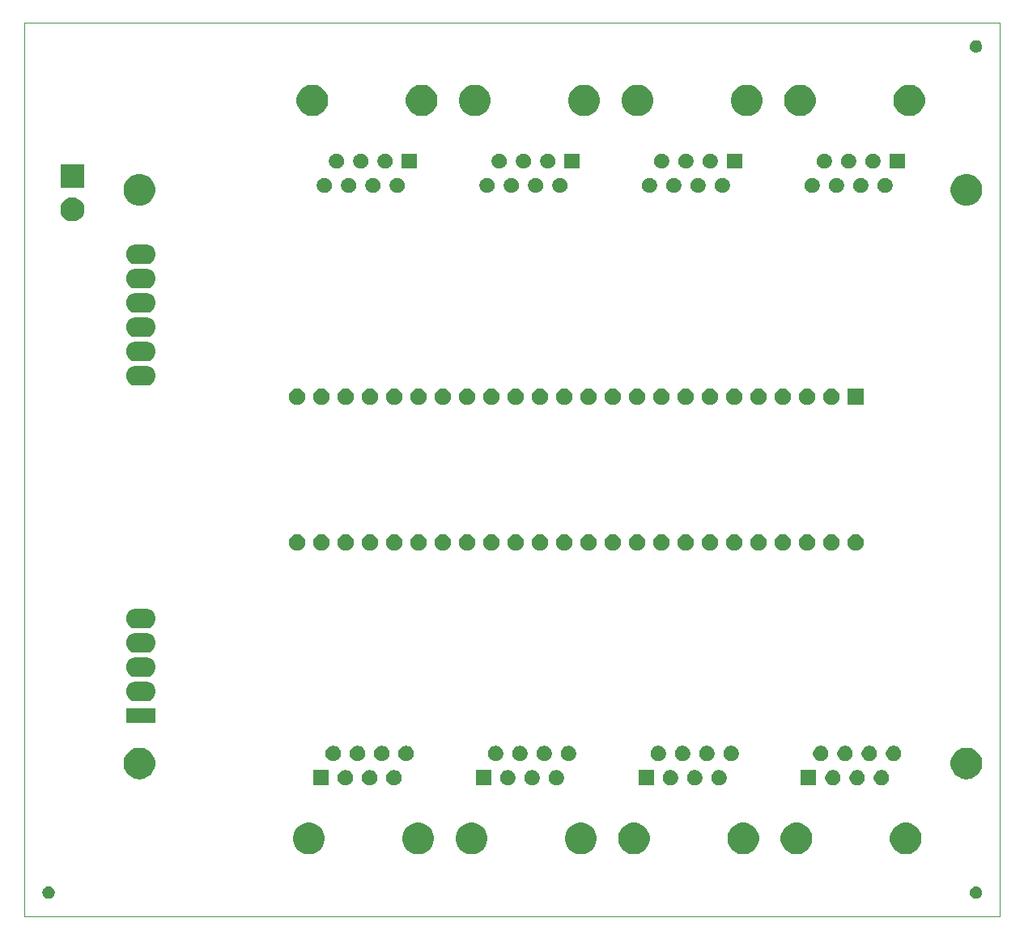
<source format=gbr>
G04 #@! TF.GenerationSoftware,KiCad,Pcbnew,(5.1.4-0-10_14)*
G04 #@! TF.CreationDate,2019-12-30T09:37:17-08:00*
G04 #@! TF.ProjectId,Mothership,4d6f7468-6572-4736-9869-702e6b696361,rev?*
G04 #@! TF.SameCoordinates,Original*
G04 #@! TF.FileFunction,Soldermask,Bot*
G04 #@! TF.FilePolarity,Negative*
%FSLAX46Y46*%
G04 Gerber Fmt 4.6, Leading zero omitted, Abs format (unit mm)*
G04 Created by KiCad (PCBNEW (5.1.4-0-10_14)) date 2019-12-30 09:37:17*
%MOMM*%
%LPD*%
G04 APERTURE LIST*
%ADD10C,0.050000*%
%ADD11C,0.100000*%
G04 APERTURE END LIST*
D10*
X139750000Y-21500000D02*
X37750000Y-21500000D01*
X37750000Y-21500000D02*
X37750000Y-115000000D01*
X139750000Y-115000000D02*
X37750000Y-115000000D01*
X139750000Y-21500000D02*
X139750000Y-115000000D01*
D11*
G36*
X137397738Y-111866653D02*
G01*
X137439598Y-111874979D01*
X137488596Y-111895275D01*
X137557889Y-111923977D01*
X137557890Y-111923978D01*
X137664351Y-111995112D01*
X137754888Y-112085649D01*
X137802418Y-112156784D01*
X137826023Y-112192111D01*
X137875021Y-112310403D01*
X137900000Y-112435979D01*
X137900000Y-112564021D01*
X137875021Y-112689597D01*
X137826023Y-112807889D01*
X137826022Y-112807890D01*
X137754888Y-112914351D01*
X137664351Y-113004888D01*
X137593216Y-113052418D01*
X137557889Y-113076023D01*
X137488596Y-113104725D01*
X137439598Y-113125021D01*
X137397738Y-113133347D01*
X137314021Y-113150000D01*
X137185979Y-113150000D01*
X137102262Y-113133347D01*
X137060402Y-113125021D01*
X137011404Y-113104725D01*
X136942111Y-113076023D01*
X136906784Y-113052418D01*
X136835649Y-113004888D01*
X136745112Y-112914351D01*
X136673978Y-112807890D01*
X136673977Y-112807889D01*
X136624979Y-112689597D01*
X136600000Y-112564021D01*
X136600000Y-112435979D01*
X136624979Y-112310403D01*
X136673977Y-112192111D01*
X136697582Y-112156784D01*
X136745112Y-112085649D01*
X136835649Y-111995112D01*
X136942110Y-111923978D01*
X136942111Y-111923977D01*
X137011404Y-111895275D01*
X137060402Y-111874979D01*
X137102262Y-111866653D01*
X137185979Y-111850000D01*
X137314021Y-111850000D01*
X137397738Y-111866653D01*
X137397738Y-111866653D01*
G37*
G36*
X40397738Y-111866653D02*
G01*
X40439598Y-111874979D01*
X40488596Y-111895275D01*
X40557889Y-111923977D01*
X40557890Y-111923978D01*
X40664351Y-111995112D01*
X40754888Y-112085649D01*
X40802418Y-112156784D01*
X40826023Y-112192111D01*
X40875021Y-112310403D01*
X40900000Y-112435979D01*
X40900000Y-112564021D01*
X40875021Y-112689597D01*
X40826023Y-112807889D01*
X40826022Y-112807890D01*
X40754888Y-112914351D01*
X40664351Y-113004888D01*
X40593216Y-113052418D01*
X40557889Y-113076023D01*
X40488596Y-113104725D01*
X40439598Y-113125021D01*
X40397738Y-113133347D01*
X40314021Y-113150000D01*
X40185979Y-113150000D01*
X40102262Y-113133347D01*
X40060402Y-113125021D01*
X40011404Y-113104725D01*
X39942111Y-113076023D01*
X39906784Y-113052418D01*
X39835649Y-113004888D01*
X39745112Y-112914351D01*
X39673978Y-112807890D01*
X39673977Y-112807889D01*
X39624979Y-112689597D01*
X39600000Y-112564021D01*
X39600000Y-112435979D01*
X39624979Y-112310403D01*
X39673977Y-112192111D01*
X39697582Y-112156784D01*
X39745112Y-112085649D01*
X39835649Y-111995112D01*
X39942110Y-111923978D01*
X39942111Y-111923977D01*
X40011404Y-111895275D01*
X40060402Y-111874979D01*
X40102262Y-111866653D01*
X40185979Y-111850000D01*
X40314021Y-111850000D01*
X40397738Y-111866653D01*
X40397738Y-111866653D01*
G37*
G36*
X113117874Y-105209023D02*
G01*
X113391287Y-105263408D01*
X113691568Y-105387789D01*
X113961814Y-105568361D01*
X114191639Y-105798186D01*
X114372211Y-106068432D01*
X114496592Y-106368713D01*
X114560000Y-106687489D01*
X114560000Y-107012511D01*
X114496592Y-107331287D01*
X114372211Y-107631568D01*
X114191639Y-107901814D01*
X113961814Y-108131639D01*
X113691568Y-108312211D01*
X113391287Y-108436592D01*
X113117874Y-108490977D01*
X113072512Y-108500000D01*
X112747488Y-108500000D01*
X112702126Y-108490977D01*
X112428713Y-108436592D01*
X112128432Y-108312211D01*
X111858186Y-108131639D01*
X111628361Y-107901814D01*
X111447789Y-107631568D01*
X111323408Y-107331287D01*
X111260000Y-107012511D01*
X111260000Y-106687489D01*
X111323408Y-106368713D01*
X111447789Y-106068432D01*
X111628361Y-105798186D01*
X111858186Y-105568361D01*
X112128432Y-105387789D01*
X112428713Y-105263408D01*
X112702126Y-105209023D01*
X112747488Y-105200000D01*
X113072512Y-105200000D01*
X113117874Y-105209023D01*
X113117874Y-105209023D01*
G37*
G36*
X101687874Y-105209023D02*
G01*
X101961287Y-105263408D01*
X102261568Y-105387789D01*
X102531814Y-105568361D01*
X102761639Y-105798186D01*
X102942211Y-106068432D01*
X103066592Y-106368713D01*
X103130000Y-106687489D01*
X103130000Y-107012511D01*
X103066592Y-107331287D01*
X102942211Y-107631568D01*
X102761639Y-107901814D01*
X102531814Y-108131639D01*
X102261568Y-108312211D01*
X101961287Y-108436592D01*
X101687874Y-108490977D01*
X101642512Y-108500000D01*
X101317488Y-108500000D01*
X101272126Y-108490977D01*
X100998713Y-108436592D01*
X100698432Y-108312211D01*
X100428186Y-108131639D01*
X100198361Y-107901814D01*
X100017789Y-107631568D01*
X99893408Y-107331287D01*
X99830000Y-107012511D01*
X99830000Y-106687489D01*
X99893408Y-106368713D01*
X100017789Y-106068432D01*
X100198361Y-105798186D01*
X100428186Y-105568361D01*
X100698432Y-105387789D01*
X100998713Y-105263408D01*
X101272126Y-105209023D01*
X101317488Y-105200000D01*
X101642512Y-105200000D01*
X101687874Y-105209023D01*
X101687874Y-105209023D01*
G37*
G36*
X96117874Y-105209023D02*
G01*
X96391287Y-105263408D01*
X96691568Y-105387789D01*
X96961814Y-105568361D01*
X97191639Y-105798186D01*
X97372211Y-106068432D01*
X97496592Y-106368713D01*
X97560000Y-106687489D01*
X97560000Y-107012511D01*
X97496592Y-107331287D01*
X97372211Y-107631568D01*
X97191639Y-107901814D01*
X96961814Y-108131639D01*
X96691568Y-108312211D01*
X96391287Y-108436592D01*
X96117874Y-108490977D01*
X96072512Y-108500000D01*
X95747488Y-108500000D01*
X95702126Y-108490977D01*
X95428713Y-108436592D01*
X95128432Y-108312211D01*
X94858186Y-108131639D01*
X94628361Y-107901814D01*
X94447789Y-107631568D01*
X94323408Y-107331287D01*
X94260000Y-107012511D01*
X94260000Y-106687489D01*
X94323408Y-106368713D01*
X94447789Y-106068432D01*
X94628361Y-105798186D01*
X94858186Y-105568361D01*
X95128432Y-105387789D01*
X95428713Y-105263408D01*
X95702126Y-105209023D01*
X95747488Y-105200000D01*
X96072512Y-105200000D01*
X96117874Y-105209023D01*
X96117874Y-105209023D01*
G37*
G36*
X84687874Y-105209023D02*
G01*
X84961287Y-105263408D01*
X85261568Y-105387789D01*
X85531814Y-105568361D01*
X85761639Y-105798186D01*
X85942211Y-106068432D01*
X86066592Y-106368713D01*
X86130000Y-106687489D01*
X86130000Y-107012511D01*
X86066592Y-107331287D01*
X85942211Y-107631568D01*
X85761639Y-107901814D01*
X85531814Y-108131639D01*
X85261568Y-108312211D01*
X84961287Y-108436592D01*
X84687874Y-108490977D01*
X84642512Y-108500000D01*
X84317488Y-108500000D01*
X84272126Y-108490977D01*
X83998713Y-108436592D01*
X83698432Y-108312211D01*
X83428186Y-108131639D01*
X83198361Y-107901814D01*
X83017789Y-107631568D01*
X82893408Y-107331287D01*
X82830000Y-107012511D01*
X82830000Y-106687489D01*
X82893408Y-106368713D01*
X83017789Y-106068432D01*
X83198361Y-105798186D01*
X83428186Y-105568361D01*
X83698432Y-105387789D01*
X83998713Y-105263408D01*
X84272126Y-105209023D01*
X84317488Y-105200000D01*
X84642512Y-105200000D01*
X84687874Y-105209023D01*
X84687874Y-105209023D01*
G37*
G36*
X79117874Y-105209023D02*
G01*
X79391287Y-105263408D01*
X79691568Y-105387789D01*
X79961814Y-105568361D01*
X80191639Y-105798186D01*
X80372211Y-106068432D01*
X80496592Y-106368713D01*
X80560000Y-106687489D01*
X80560000Y-107012511D01*
X80496592Y-107331287D01*
X80372211Y-107631568D01*
X80191639Y-107901814D01*
X79961814Y-108131639D01*
X79691568Y-108312211D01*
X79391287Y-108436592D01*
X79117874Y-108490977D01*
X79072512Y-108500000D01*
X78747488Y-108500000D01*
X78702126Y-108490977D01*
X78428713Y-108436592D01*
X78128432Y-108312211D01*
X77858186Y-108131639D01*
X77628361Y-107901814D01*
X77447789Y-107631568D01*
X77323408Y-107331287D01*
X77260000Y-107012511D01*
X77260000Y-106687489D01*
X77323408Y-106368713D01*
X77447789Y-106068432D01*
X77628361Y-105798186D01*
X77858186Y-105568361D01*
X78128432Y-105387789D01*
X78428713Y-105263408D01*
X78702126Y-105209023D01*
X78747488Y-105200000D01*
X79072512Y-105200000D01*
X79117874Y-105209023D01*
X79117874Y-105209023D01*
G37*
G36*
X67687874Y-105209023D02*
G01*
X67961287Y-105263408D01*
X68261568Y-105387789D01*
X68531814Y-105568361D01*
X68761639Y-105798186D01*
X68942211Y-106068432D01*
X69066592Y-106368713D01*
X69130000Y-106687489D01*
X69130000Y-107012511D01*
X69066592Y-107331287D01*
X68942211Y-107631568D01*
X68761639Y-107901814D01*
X68531814Y-108131639D01*
X68261568Y-108312211D01*
X67961287Y-108436592D01*
X67687874Y-108490977D01*
X67642512Y-108500000D01*
X67317488Y-108500000D01*
X67272126Y-108490977D01*
X66998713Y-108436592D01*
X66698432Y-108312211D01*
X66428186Y-108131639D01*
X66198361Y-107901814D01*
X66017789Y-107631568D01*
X65893408Y-107331287D01*
X65830000Y-107012511D01*
X65830000Y-106687489D01*
X65893408Y-106368713D01*
X66017789Y-106068432D01*
X66198361Y-105798186D01*
X66428186Y-105568361D01*
X66698432Y-105387789D01*
X66998713Y-105263408D01*
X67272126Y-105209023D01*
X67317488Y-105200000D01*
X67642512Y-105200000D01*
X67687874Y-105209023D01*
X67687874Y-105209023D01*
G37*
G36*
X130117874Y-105209023D02*
G01*
X130391287Y-105263408D01*
X130691568Y-105387789D01*
X130961814Y-105568361D01*
X131191639Y-105798186D01*
X131372211Y-106068432D01*
X131496592Y-106368713D01*
X131560000Y-106687489D01*
X131560000Y-107012511D01*
X131496592Y-107331287D01*
X131372211Y-107631568D01*
X131191639Y-107901814D01*
X130961814Y-108131639D01*
X130691568Y-108312211D01*
X130391287Y-108436592D01*
X130117874Y-108490977D01*
X130072512Y-108500000D01*
X129747488Y-108500000D01*
X129702126Y-108490977D01*
X129428713Y-108436592D01*
X129128432Y-108312211D01*
X128858186Y-108131639D01*
X128628361Y-107901814D01*
X128447789Y-107631568D01*
X128323408Y-107331287D01*
X128260000Y-107012511D01*
X128260000Y-106687489D01*
X128323408Y-106368713D01*
X128447789Y-106068432D01*
X128628361Y-105798186D01*
X128858186Y-105568361D01*
X129128432Y-105387789D01*
X129428713Y-105263408D01*
X129702126Y-105209023D01*
X129747488Y-105200000D01*
X130072512Y-105200000D01*
X130117874Y-105209023D01*
X130117874Y-105209023D01*
G37*
G36*
X118687874Y-105209023D02*
G01*
X118961287Y-105263408D01*
X119261568Y-105387789D01*
X119531814Y-105568361D01*
X119761639Y-105798186D01*
X119942211Y-106068432D01*
X120066592Y-106368713D01*
X120130000Y-106687489D01*
X120130000Y-107012511D01*
X120066592Y-107331287D01*
X119942211Y-107631568D01*
X119761639Y-107901814D01*
X119531814Y-108131639D01*
X119261568Y-108312211D01*
X118961287Y-108436592D01*
X118687874Y-108490977D01*
X118642512Y-108500000D01*
X118317488Y-108500000D01*
X118272126Y-108490977D01*
X117998713Y-108436592D01*
X117698432Y-108312211D01*
X117428186Y-108131639D01*
X117198361Y-107901814D01*
X117017789Y-107631568D01*
X116893408Y-107331287D01*
X116830000Y-107012511D01*
X116830000Y-106687489D01*
X116893408Y-106368713D01*
X117017789Y-106068432D01*
X117198361Y-105798186D01*
X117428186Y-105568361D01*
X117698432Y-105387789D01*
X117998713Y-105263408D01*
X118272126Y-105209023D01*
X118317488Y-105200000D01*
X118642512Y-105200000D01*
X118687874Y-105209023D01*
X118687874Y-105209023D01*
G37*
G36*
X88523351Y-99730743D02*
G01*
X88668941Y-99791048D01*
X88799970Y-99878599D01*
X88911401Y-99990030D01*
X88998952Y-100121059D01*
X89059257Y-100266649D01*
X89090000Y-100421206D01*
X89090000Y-100578794D01*
X89059257Y-100733351D01*
X88998952Y-100878941D01*
X88911401Y-101009970D01*
X88799970Y-101121401D01*
X88668941Y-101208952D01*
X88523351Y-101269257D01*
X88368794Y-101300000D01*
X88211206Y-101300000D01*
X88056649Y-101269257D01*
X87911059Y-101208952D01*
X87780030Y-101121401D01*
X87668599Y-101009970D01*
X87581048Y-100878941D01*
X87520743Y-100733351D01*
X87490000Y-100578794D01*
X87490000Y-100421206D01*
X87520743Y-100266649D01*
X87581048Y-100121059D01*
X87668599Y-99990030D01*
X87780030Y-99878599D01*
X87911059Y-99791048D01*
X88056649Y-99730743D01*
X88211206Y-99700000D01*
X88368794Y-99700000D01*
X88523351Y-99730743D01*
X88523351Y-99730743D01*
G37*
G36*
X86550000Y-101300000D02*
G01*
X84950000Y-101300000D01*
X84950000Y-99700000D01*
X86550000Y-99700000D01*
X86550000Y-101300000D01*
X86550000Y-101300000D01*
G37*
G36*
X76603351Y-99730743D02*
G01*
X76748941Y-99791048D01*
X76879970Y-99878599D01*
X76991401Y-99990030D01*
X77078952Y-100121059D01*
X77139257Y-100266649D01*
X77170000Y-100421206D01*
X77170000Y-100578794D01*
X77139257Y-100733351D01*
X77078952Y-100878941D01*
X76991401Y-101009970D01*
X76879970Y-101121401D01*
X76748941Y-101208952D01*
X76603351Y-101269257D01*
X76448794Y-101300000D01*
X76291206Y-101300000D01*
X76136649Y-101269257D01*
X75991059Y-101208952D01*
X75860030Y-101121401D01*
X75748599Y-101009970D01*
X75661048Y-100878941D01*
X75600743Y-100733351D01*
X75570000Y-100578794D01*
X75570000Y-100421206D01*
X75600743Y-100266649D01*
X75661048Y-100121059D01*
X75748599Y-99990030D01*
X75860030Y-99878599D01*
X75991059Y-99791048D01*
X76136649Y-99730743D01*
X76291206Y-99700000D01*
X76448794Y-99700000D01*
X76603351Y-99730743D01*
X76603351Y-99730743D01*
G37*
G36*
X74063351Y-99730743D02*
G01*
X74208941Y-99791048D01*
X74339970Y-99878599D01*
X74451401Y-99990030D01*
X74538952Y-100121059D01*
X74599257Y-100266649D01*
X74630000Y-100421206D01*
X74630000Y-100578794D01*
X74599257Y-100733351D01*
X74538952Y-100878941D01*
X74451401Y-101009970D01*
X74339970Y-101121401D01*
X74208941Y-101208952D01*
X74063351Y-101269257D01*
X73908794Y-101300000D01*
X73751206Y-101300000D01*
X73596649Y-101269257D01*
X73451059Y-101208952D01*
X73320030Y-101121401D01*
X73208599Y-101009970D01*
X73121048Y-100878941D01*
X73060743Y-100733351D01*
X73030000Y-100578794D01*
X73030000Y-100421206D01*
X73060743Y-100266649D01*
X73121048Y-100121059D01*
X73208599Y-99990030D01*
X73320030Y-99878599D01*
X73451059Y-99791048D01*
X73596649Y-99730743D01*
X73751206Y-99700000D01*
X73908794Y-99700000D01*
X74063351Y-99730743D01*
X74063351Y-99730743D01*
G37*
G36*
X71523351Y-99730743D02*
G01*
X71668941Y-99791048D01*
X71799970Y-99878599D01*
X71911401Y-99990030D01*
X71998952Y-100121059D01*
X72059257Y-100266649D01*
X72090000Y-100421206D01*
X72090000Y-100578794D01*
X72059257Y-100733351D01*
X71998952Y-100878941D01*
X71911401Y-101009970D01*
X71799970Y-101121401D01*
X71668941Y-101208952D01*
X71523351Y-101269257D01*
X71368794Y-101300000D01*
X71211206Y-101300000D01*
X71056649Y-101269257D01*
X70911059Y-101208952D01*
X70780030Y-101121401D01*
X70668599Y-101009970D01*
X70581048Y-100878941D01*
X70520743Y-100733351D01*
X70490000Y-100578794D01*
X70490000Y-100421206D01*
X70520743Y-100266649D01*
X70581048Y-100121059D01*
X70668599Y-99990030D01*
X70780030Y-99878599D01*
X70911059Y-99791048D01*
X71056649Y-99730743D01*
X71211206Y-99700000D01*
X71368794Y-99700000D01*
X71523351Y-99730743D01*
X71523351Y-99730743D01*
G37*
G36*
X69550000Y-101300000D02*
G01*
X67950000Y-101300000D01*
X67950000Y-99700000D01*
X69550000Y-99700000D01*
X69550000Y-101300000D01*
X69550000Y-101300000D01*
G37*
G36*
X91063351Y-99730743D02*
G01*
X91208941Y-99791048D01*
X91339970Y-99878599D01*
X91451401Y-99990030D01*
X91538952Y-100121059D01*
X91599257Y-100266649D01*
X91630000Y-100421206D01*
X91630000Y-100578794D01*
X91599257Y-100733351D01*
X91538952Y-100878941D01*
X91451401Y-101009970D01*
X91339970Y-101121401D01*
X91208941Y-101208952D01*
X91063351Y-101269257D01*
X90908794Y-101300000D01*
X90751206Y-101300000D01*
X90596649Y-101269257D01*
X90451059Y-101208952D01*
X90320030Y-101121401D01*
X90208599Y-101009970D01*
X90121048Y-100878941D01*
X90060743Y-100733351D01*
X90030000Y-100578794D01*
X90030000Y-100421206D01*
X90060743Y-100266649D01*
X90121048Y-100121059D01*
X90208599Y-99990030D01*
X90320030Y-99878599D01*
X90451059Y-99791048D01*
X90596649Y-99730743D01*
X90751206Y-99700000D01*
X90908794Y-99700000D01*
X91063351Y-99730743D01*
X91063351Y-99730743D01*
G37*
G36*
X108063351Y-99730743D02*
G01*
X108208941Y-99791048D01*
X108339970Y-99878599D01*
X108451401Y-99990030D01*
X108538952Y-100121059D01*
X108599257Y-100266649D01*
X108630000Y-100421206D01*
X108630000Y-100578794D01*
X108599257Y-100733351D01*
X108538952Y-100878941D01*
X108451401Y-101009970D01*
X108339970Y-101121401D01*
X108208941Y-101208952D01*
X108063351Y-101269257D01*
X107908794Y-101300000D01*
X107751206Y-101300000D01*
X107596649Y-101269257D01*
X107451059Y-101208952D01*
X107320030Y-101121401D01*
X107208599Y-101009970D01*
X107121048Y-100878941D01*
X107060743Y-100733351D01*
X107030000Y-100578794D01*
X107030000Y-100421206D01*
X107060743Y-100266649D01*
X107121048Y-100121059D01*
X107208599Y-99990030D01*
X107320030Y-99878599D01*
X107451059Y-99791048D01*
X107596649Y-99730743D01*
X107751206Y-99700000D01*
X107908794Y-99700000D01*
X108063351Y-99730743D01*
X108063351Y-99730743D01*
G37*
G36*
X105523351Y-99730743D02*
G01*
X105668941Y-99791048D01*
X105799970Y-99878599D01*
X105911401Y-99990030D01*
X105998952Y-100121059D01*
X106059257Y-100266649D01*
X106090000Y-100421206D01*
X106090000Y-100578794D01*
X106059257Y-100733351D01*
X105998952Y-100878941D01*
X105911401Y-101009970D01*
X105799970Y-101121401D01*
X105668941Y-101208952D01*
X105523351Y-101269257D01*
X105368794Y-101300000D01*
X105211206Y-101300000D01*
X105056649Y-101269257D01*
X104911059Y-101208952D01*
X104780030Y-101121401D01*
X104668599Y-101009970D01*
X104581048Y-100878941D01*
X104520743Y-100733351D01*
X104490000Y-100578794D01*
X104490000Y-100421206D01*
X104520743Y-100266649D01*
X104581048Y-100121059D01*
X104668599Y-99990030D01*
X104780030Y-99878599D01*
X104911059Y-99791048D01*
X105056649Y-99730743D01*
X105211206Y-99700000D01*
X105368794Y-99700000D01*
X105523351Y-99730743D01*
X105523351Y-99730743D01*
G37*
G36*
X103550000Y-101300000D02*
G01*
X101950000Y-101300000D01*
X101950000Y-99700000D01*
X103550000Y-99700000D01*
X103550000Y-101300000D01*
X103550000Y-101300000D01*
G37*
G36*
X93603351Y-99730743D02*
G01*
X93748941Y-99791048D01*
X93879970Y-99878599D01*
X93991401Y-99990030D01*
X94078952Y-100121059D01*
X94139257Y-100266649D01*
X94170000Y-100421206D01*
X94170000Y-100578794D01*
X94139257Y-100733351D01*
X94078952Y-100878941D01*
X93991401Y-101009970D01*
X93879970Y-101121401D01*
X93748941Y-101208952D01*
X93603351Y-101269257D01*
X93448794Y-101300000D01*
X93291206Y-101300000D01*
X93136649Y-101269257D01*
X92991059Y-101208952D01*
X92860030Y-101121401D01*
X92748599Y-101009970D01*
X92661048Y-100878941D01*
X92600743Y-100733351D01*
X92570000Y-100578794D01*
X92570000Y-100421206D01*
X92600743Y-100266649D01*
X92661048Y-100121059D01*
X92748599Y-99990030D01*
X92860030Y-99878599D01*
X92991059Y-99791048D01*
X93136649Y-99730743D01*
X93291206Y-99700000D01*
X93448794Y-99700000D01*
X93603351Y-99730743D01*
X93603351Y-99730743D01*
G37*
G36*
X127603351Y-99730743D02*
G01*
X127748941Y-99791048D01*
X127879970Y-99878599D01*
X127991401Y-99990030D01*
X128078952Y-100121059D01*
X128139257Y-100266649D01*
X128170000Y-100421206D01*
X128170000Y-100578794D01*
X128139257Y-100733351D01*
X128078952Y-100878941D01*
X127991401Y-101009970D01*
X127879970Y-101121401D01*
X127748941Y-101208952D01*
X127603351Y-101269257D01*
X127448794Y-101300000D01*
X127291206Y-101300000D01*
X127136649Y-101269257D01*
X126991059Y-101208952D01*
X126860030Y-101121401D01*
X126748599Y-101009970D01*
X126661048Y-100878941D01*
X126600743Y-100733351D01*
X126570000Y-100578794D01*
X126570000Y-100421206D01*
X126600743Y-100266649D01*
X126661048Y-100121059D01*
X126748599Y-99990030D01*
X126860030Y-99878599D01*
X126991059Y-99791048D01*
X127136649Y-99730743D01*
X127291206Y-99700000D01*
X127448794Y-99700000D01*
X127603351Y-99730743D01*
X127603351Y-99730743D01*
G37*
G36*
X125063351Y-99730743D02*
G01*
X125208941Y-99791048D01*
X125339970Y-99878599D01*
X125451401Y-99990030D01*
X125538952Y-100121059D01*
X125599257Y-100266649D01*
X125630000Y-100421206D01*
X125630000Y-100578794D01*
X125599257Y-100733351D01*
X125538952Y-100878941D01*
X125451401Y-101009970D01*
X125339970Y-101121401D01*
X125208941Y-101208952D01*
X125063351Y-101269257D01*
X124908794Y-101300000D01*
X124751206Y-101300000D01*
X124596649Y-101269257D01*
X124451059Y-101208952D01*
X124320030Y-101121401D01*
X124208599Y-101009970D01*
X124121048Y-100878941D01*
X124060743Y-100733351D01*
X124030000Y-100578794D01*
X124030000Y-100421206D01*
X124060743Y-100266649D01*
X124121048Y-100121059D01*
X124208599Y-99990030D01*
X124320030Y-99878599D01*
X124451059Y-99791048D01*
X124596649Y-99730743D01*
X124751206Y-99700000D01*
X124908794Y-99700000D01*
X125063351Y-99730743D01*
X125063351Y-99730743D01*
G37*
G36*
X122523351Y-99730743D02*
G01*
X122668941Y-99791048D01*
X122799970Y-99878599D01*
X122911401Y-99990030D01*
X122998952Y-100121059D01*
X123059257Y-100266649D01*
X123090000Y-100421206D01*
X123090000Y-100578794D01*
X123059257Y-100733351D01*
X122998952Y-100878941D01*
X122911401Y-101009970D01*
X122799970Y-101121401D01*
X122668941Y-101208952D01*
X122523351Y-101269257D01*
X122368794Y-101300000D01*
X122211206Y-101300000D01*
X122056649Y-101269257D01*
X121911059Y-101208952D01*
X121780030Y-101121401D01*
X121668599Y-101009970D01*
X121581048Y-100878941D01*
X121520743Y-100733351D01*
X121490000Y-100578794D01*
X121490000Y-100421206D01*
X121520743Y-100266649D01*
X121581048Y-100121059D01*
X121668599Y-99990030D01*
X121780030Y-99878599D01*
X121911059Y-99791048D01*
X122056649Y-99730743D01*
X122211206Y-99700000D01*
X122368794Y-99700000D01*
X122523351Y-99730743D01*
X122523351Y-99730743D01*
G37*
G36*
X120550000Y-101300000D02*
G01*
X118950000Y-101300000D01*
X118950000Y-99700000D01*
X120550000Y-99700000D01*
X120550000Y-101300000D01*
X120550000Y-101300000D01*
G37*
G36*
X110603351Y-99730743D02*
G01*
X110748941Y-99791048D01*
X110879970Y-99878599D01*
X110991401Y-99990030D01*
X111078952Y-100121059D01*
X111139257Y-100266649D01*
X111170000Y-100421206D01*
X111170000Y-100578794D01*
X111139257Y-100733351D01*
X111078952Y-100878941D01*
X110991401Y-101009970D01*
X110879970Y-101121401D01*
X110748941Y-101208952D01*
X110603351Y-101269257D01*
X110448794Y-101300000D01*
X110291206Y-101300000D01*
X110136649Y-101269257D01*
X109991059Y-101208952D01*
X109860030Y-101121401D01*
X109748599Y-101009970D01*
X109661048Y-100878941D01*
X109600743Y-100733351D01*
X109570000Y-100578794D01*
X109570000Y-100421206D01*
X109600743Y-100266649D01*
X109661048Y-100121059D01*
X109748599Y-99990030D01*
X109860030Y-99878599D01*
X109991059Y-99791048D01*
X110136649Y-99730743D01*
X110291206Y-99700000D01*
X110448794Y-99700000D01*
X110603351Y-99730743D01*
X110603351Y-99730743D01*
G37*
G36*
X49957874Y-97359023D02*
G01*
X50231287Y-97413408D01*
X50531568Y-97537789D01*
X50801814Y-97718361D01*
X51031639Y-97948186D01*
X51212211Y-98218432D01*
X51336592Y-98518713D01*
X51400000Y-98837489D01*
X51400000Y-99162511D01*
X51336592Y-99481287D01*
X51212211Y-99781568D01*
X51031639Y-100051814D01*
X50801814Y-100281639D01*
X50531568Y-100462211D01*
X50231287Y-100586592D01*
X49957874Y-100640977D01*
X49912512Y-100650000D01*
X49587488Y-100650000D01*
X49542126Y-100640977D01*
X49268713Y-100586592D01*
X48968432Y-100462211D01*
X48698186Y-100281639D01*
X48468361Y-100051814D01*
X48287789Y-99781568D01*
X48163408Y-99481287D01*
X48100000Y-99162511D01*
X48100000Y-98837489D01*
X48163408Y-98518713D01*
X48287789Y-98218432D01*
X48468361Y-97948186D01*
X48698186Y-97718361D01*
X48968432Y-97537789D01*
X49268713Y-97413408D01*
X49542126Y-97359023D01*
X49587488Y-97350000D01*
X49912512Y-97350000D01*
X49957874Y-97359023D01*
X49957874Y-97359023D01*
G37*
G36*
X136457874Y-97359023D02*
G01*
X136731287Y-97413408D01*
X137031568Y-97537789D01*
X137301814Y-97718361D01*
X137531639Y-97948186D01*
X137712211Y-98218432D01*
X137836592Y-98518713D01*
X137900000Y-98837489D01*
X137900000Y-99162511D01*
X137836592Y-99481287D01*
X137712211Y-99781568D01*
X137531639Y-100051814D01*
X137301814Y-100281639D01*
X137031568Y-100462211D01*
X136731287Y-100586592D01*
X136457874Y-100640977D01*
X136412512Y-100650000D01*
X136087488Y-100650000D01*
X136042126Y-100640977D01*
X135768713Y-100586592D01*
X135468432Y-100462211D01*
X135198186Y-100281639D01*
X134968361Y-100051814D01*
X134787789Y-99781568D01*
X134663408Y-99481287D01*
X134600000Y-99162511D01*
X134600000Y-98837489D01*
X134663408Y-98518713D01*
X134787789Y-98218432D01*
X134968361Y-97948186D01*
X135198186Y-97718361D01*
X135468432Y-97537789D01*
X135768713Y-97413408D01*
X136042126Y-97359023D01*
X136087488Y-97350000D01*
X136412512Y-97350000D01*
X136457874Y-97359023D01*
X136457874Y-97359023D01*
G37*
G36*
X109333351Y-97190743D02*
G01*
X109478941Y-97251048D01*
X109609970Y-97338599D01*
X109721401Y-97450030D01*
X109808952Y-97581059D01*
X109869257Y-97726649D01*
X109900000Y-97881206D01*
X109900000Y-98038794D01*
X109869257Y-98193351D01*
X109808952Y-98338941D01*
X109721401Y-98469970D01*
X109609970Y-98581401D01*
X109478941Y-98668952D01*
X109333351Y-98729257D01*
X109178794Y-98760000D01*
X109021206Y-98760000D01*
X108866649Y-98729257D01*
X108721059Y-98668952D01*
X108590030Y-98581401D01*
X108478599Y-98469970D01*
X108391048Y-98338941D01*
X108330743Y-98193351D01*
X108300000Y-98038794D01*
X108300000Y-97881206D01*
X108330743Y-97726649D01*
X108391048Y-97581059D01*
X108478599Y-97450030D01*
X108590030Y-97338599D01*
X108721059Y-97251048D01*
X108866649Y-97190743D01*
X109021206Y-97160000D01*
X109178794Y-97160000D01*
X109333351Y-97190743D01*
X109333351Y-97190743D01*
G37*
G36*
X111873351Y-97190743D02*
G01*
X112018941Y-97251048D01*
X112149970Y-97338599D01*
X112261401Y-97450030D01*
X112348952Y-97581059D01*
X112409257Y-97726649D01*
X112440000Y-97881206D01*
X112440000Y-98038794D01*
X112409257Y-98193351D01*
X112348952Y-98338941D01*
X112261401Y-98469970D01*
X112149970Y-98581401D01*
X112018941Y-98668952D01*
X111873351Y-98729257D01*
X111718794Y-98760000D01*
X111561206Y-98760000D01*
X111406649Y-98729257D01*
X111261059Y-98668952D01*
X111130030Y-98581401D01*
X111018599Y-98469970D01*
X110931048Y-98338941D01*
X110870743Y-98193351D01*
X110840000Y-98038794D01*
X110840000Y-97881206D01*
X110870743Y-97726649D01*
X110931048Y-97581059D01*
X111018599Y-97450030D01*
X111130030Y-97338599D01*
X111261059Y-97251048D01*
X111406649Y-97190743D01*
X111561206Y-97160000D01*
X111718794Y-97160000D01*
X111873351Y-97190743D01*
X111873351Y-97190743D01*
G37*
G36*
X106793351Y-97190743D02*
G01*
X106938941Y-97251048D01*
X107069970Y-97338599D01*
X107181401Y-97450030D01*
X107268952Y-97581059D01*
X107329257Y-97726649D01*
X107360000Y-97881206D01*
X107360000Y-98038794D01*
X107329257Y-98193351D01*
X107268952Y-98338941D01*
X107181401Y-98469970D01*
X107069970Y-98581401D01*
X106938941Y-98668952D01*
X106793351Y-98729257D01*
X106638794Y-98760000D01*
X106481206Y-98760000D01*
X106326649Y-98729257D01*
X106181059Y-98668952D01*
X106050030Y-98581401D01*
X105938599Y-98469970D01*
X105851048Y-98338941D01*
X105790743Y-98193351D01*
X105760000Y-98038794D01*
X105760000Y-97881206D01*
X105790743Y-97726649D01*
X105851048Y-97581059D01*
X105938599Y-97450030D01*
X106050030Y-97338599D01*
X106181059Y-97251048D01*
X106326649Y-97190743D01*
X106481206Y-97160000D01*
X106638794Y-97160000D01*
X106793351Y-97190743D01*
X106793351Y-97190743D01*
G37*
G36*
X128873351Y-97190743D02*
G01*
X129018941Y-97251048D01*
X129149970Y-97338599D01*
X129261401Y-97450030D01*
X129348952Y-97581059D01*
X129409257Y-97726649D01*
X129440000Y-97881206D01*
X129440000Y-98038794D01*
X129409257Y-98193351D01*
X129348952Y-98338941D01*
X129261401Y-98469970D01*
X129149970Y-98581401D01*
X129018941Y-98668952D01*
X128873351Y-98729257D01*
X128718794Y-98760000D01*
X128561206Y-98760000D01*
X128406649Y-98729257D01*
X128261059Y-98668952D01*
X128130030Y-98581401D01*
X128018599Y-98469970D01*
X127931048Y-98338941D01*
X127870743Y-98193351D01*
X127840000Y-98038794D01*
X127840000Y-97881206D01*
X127870743Y-97726649D01*
X127931048Y-97581059D01*
X128018599Y-97450030D01*
X128130030Y-97338599D01*
X128261059Y-97251048D01*
X128406649Y-97190743D01*
X128561206Y-97160000D01*
X128718794Y-97160000D01*
X128873351Y-97190743D01*
X128873351Y-97190743D01*
G37*
G36*
X104253351Y-97190743D02*
G01*
X104398941Y-97251048D01*
X104529970Y-97338599D01*
X104641401Y-97450030D01*
X104728952Y-97581059D01*
X104789257Y-97726649D01*
X104820000Y-97881206D01*
X104820000Y-98038794D01*
X104789257Y-98193351D01*
X104728952Y-98338941D01*
X104641401Y-98469970D01*
X104529970Y-98581401D01*
X104398941Y-98668952D01*
X104253351Y-98729257D01*
X104098794Y-98760000D01*
X103941206Y-98760000D01*
X103786649Y-98729257D01*
X103641059Y-98668952D01*
X103510030Y-98581401D01*
X103398599Y-98469970D01*
X103311048Y-98338941D01*
X103250743Y-98193351D01*
X103220000Y-98038794D01*
X103220000Y-97881206D01*
X103250743Y-97726649D01*
X103311048Y-97581059D01*
X103398599Y-97450030D01*
X103510030Y-97338599D01*
X103641059Y-97251048D01*
X103786649Y-97190743D01*
X103941206Y-97160000D01*
X104098794Y-97160000D01*
X104253351Y-97190743D01*
X104253351Y-97190743D01*
G37*
G36*
X126333351Y-97190743D02*
G01*
X126478941Y-97251048D01*
X126609970Y-97338599D01*
X126721401Y-97450030D01*
X126808952Y-97581059D01*
X126869257Y-97726649D01*
X126900000Y-97881206D01*
X126900000Y-98038794D01*
X126869257Y-98193351D01*
X126808952Y-98338941D01*
X126721401Y-98469970D01*
X126609970Y-98581401D01*
X126478941Y-98668952D01*
X126333351Y-98729257D01*
X126178794Y-98760000D01*
X126021206Y-98760000D01*
X125866649Y-98729257D01*
X125721059Y-98668952D01*
X125590030Y-98581401D01*
X125478599Y-98469970D01*
X125391048Y-98338941D01*
X125330743Y-98193351D01*
X125300000Y-98038794D01*
X125300000Y-97881206D01*
X125330743Y-97726649D01*
X125391048Y-97581059D01*
X125478599Y-97450030D01*
X125590030Y-97338599D01*
X125721059Y-97251048D01*
X125866649Y-97190743D01*
X126021206Y-97160000D01*
X126178794Y-97160000D01*
X126333351Y-97190743D01*
X126333351Y-97190743D01*
G37*
G36*
X123793351Y-97190743D02*
G01*
X123938941Y-97251048D01*
X124069970Y-97338599D01*
X124181401Y-97450030D01*
X124268952Y-97581059D01*
X124329257Y-97726649D01*
X124360000Y-97881206D01*
X124360000Y-98038794D01*
X124329257Y-98193351D01*
X124268952Y-98338941D01*
X124181401Y-98469970D01*
X124069970Y-98581401D01*
X123938941Y-98668952D01*
X123793351Y-98729257D01*
X123638794Y-98760000D01*
X123481206Y-98760000D01*
X123326649Y-98729257D01*
X123181059Y-98668952D01*
X123050030Y-98581401D01*
X122938599Y-98469970D01*
X122851048Y-98338941D01*
X122790743Y-98193351D01*
X122760000Y-98038794D01*
X122760000Y-97881206D01*
X122790743Y-97726649D01*
X122851048Y-97581059D01*
X122938599Y-97450030D01*
X123050030Y-97338599D01*
X123181059Y-97251048D01*
X123326649Y-97190743D01*
X123481206Y-97160000D01*
X123638794Y-97160000D01*
X123793351Y-97190743D01*
X123793351Y-97190743D01*
G37*
G36*
X121253351Y-97190743D02*
G01*
X121398941Y-97251048D01*
X121529970Y-97338599D01*
X121641401Y-97450030D01*
X121728952Y-97581059D01*
X121789257Y-97726649D01*
X121820000Y-97881206D01*
X121820000Y-98038794D01*
X121789257Y-98193351D01*
X121728952Y-98338941D01*
X121641401Y-98469970D01*
X121529970Y-98581401D01*
X121398941Y-98668952D01*
X121253351Y-98729257D01*
X121098794Y-98760000D01*
X120941206Y-98760000D01*
X120786649Y-98729257D01*
X120641059Y-98668952D01*
X120510030Y-98581401D01*
X120398599Y-98469970D01*
X120311048Y-98338941D01*
X120250743Y-98193351D01*
X120220000Y-98038794D01*
X120220000Y-97881206D01*
X120250743Y-97726649D01*
X120311048Y-97581059D01*
X120398599Y-97450030D01*
X120510030Y-97338599D01*
X120641059Y-97251048D01*
X120786649Y-97190743D01*
X120941206Y-97160000D01*
X121098794Y-97160000D01*
X121253351Y-97190743D01*
X121253351Y-97190743D01*
G37*
G36*
X94873351Y-97190743D02*
G01*
X95018941Y-97251048D01*
X95149970Y-97338599D01*
X95261401Y-97450030D01*
X95348952Y-97581059D01*
X95409257Y-97726649D01*
X95440000Y-97881206D01*
X95440000Y-98038794D01*
X95409257Y-98193351D01*
X95348952Y-98338941D01*
X95261401Y-98469970D01*
X95149970Y-98581401D01*
X95018941Y-98668952D01*
X94873351Y-98729257D01*
X94718794Y-98760000D01*
X94561206Y-98760000D01*
X94406649Y-98729257D01*
X94261059Y-98668952D01*
X94130030Y-98581401D01*
X94018599Y-98469970D01*
X93931048Y-98338941D01*
X93870743Y-98193351D01*
X93840000Y-98038794D01*
X93840000Y-97881206D01*
X93870743Y-97726649D01*
X93931048Y-97581059D01*
X94018599Y-97450030D01*
X94130030Y-97338599D01*
X94261059Y-97251048D01*
X94406649Y-97190743D01*
X94561206Y-97160000D01*
X94718794Y-97160000D01*
X94873351Y-97190743D01*
X94873351Y-97190743D01*
G37*
G36*
X92333351Y-97190743D02*
G01*
X92478941Y-97251048D01*
X92609970Y-97338599D01*
X92721401Y-97450030D01*
X92808952Y-97581059D01*
X92869257Y-97726649D01*
X92900000Y-97881206D01*
X92900000Y-98038794D01*
X92869257Y-98193351D01*
X92808952Y-98338941D01*
X92721401Y-98469970D01*
X92609970Y-98581401D01*
X92478941Y-98668952D01*
X92333351Y-98729257D01*
X92178794Y-98760000D01*
X92021206Y-98760000D01*
X91866649Y-98729257D01*
X91721059Y-98668952D01*
X91590030Y-98581401D01*
X91478599Y-98469970D01*
X91391048Y-98338941D01*
X91330743Y-98193351D01*
X91300000Y-98038794D01*
X91300000Y-97881206D01*
X91330743Y-97726649D01*
X91391048Y-97581059D01*
X91478599Y-97450030D01*
X91590030Y-97338599D01*
X91721059Y-97251048D01*
X91866649Y-97190743D01*
X92021206Y-97160000D01*
X92178794Y-97160000D01*
X92333351Y-97190743D01*
X92333351Y-97190743D01*
G37*
G36*
X89793351Y-97190743D02*
G01*
X89938941Y-97251048D01*
X90069970Y-97338599D01*
X90181401Y-97450030D01*
X90268952Y-97581059D01*
X90329257Y-97726649D01*
X90360000Y-97881206D01*
X90360000Y-98038794D01*
X90329257Y-98193351D01*
X90268952Y-98338941D01*
X90181401Y-98469970D01*
X90069970Y-98581401D01*
X89938941Y-98668952D01*
X89793351Y-98729257D01*
X89638794Y-98760000D01*
X89481206Y-98760000D01*
X89326649Y-98729257D01*
X89181059Y-98668952D01*
X89050030Y-98581401D01*
X88938599Y-98469970D01*
X88851048Y-98338941D01*
X88790743Y-98193351D01*
X88760000Y-98038794D01*
X88760000Y-97881206D01*
X88790743Y-97726649D01*
X88851048Y-97581059D01*
X88938599Y-97450030D01*
X89050030Y-97338599D01*
X89181059Y-97251048D01*
X89326649Y-97190743D01*
X89481206Y-97160000D01*
X89638794Y-97160000D01*
X89793351Y-97190743D01*
X89793351Y-97190743D01*
G37*
G36*
X87253351Y-97190743D02*
G01*
X87398941Y-97251048D01*
X87529970Y-97338599D01*
X87641401Y-97450030D01*
X87728952Y-97581059D01*
X87789257Y-97726649D01*
X87820000Y-97881206D01*
X87820000Y-98038794D01*
X87789257Y-98193351D01*
X87728952Y-98338941D01*
X87641401Y-98469970D01*
X87529970Y-98581401D01*
X87398941Y-98668952D01*
X87253351Y-98729257D01*
X87098794Y-98760000D01*
X86941206Y-98760000D01*
X86786649Y-98729257D01*
X86641059Y-98668952D01*
X86510030Y-98581401D01*
X86398599Y-98469970D01*
X86311048Y-98338941D01*
X86250743Y-98193351D01*
X86220000Y-98038794D01*
X86220000Y-97881206D01*
X86250743Y-97726649D01*
X86311048Y-97581059D01*
X86398599Y-97450030D01*
X86510030Y-97338599D01*
X86641059Y-97251048D01*
X86786649Y-97190743D01*
X86941206Y-97160000D01*
X87098794Y-97160000D01*
X87253351Y-97190743D01*
X87253351Y-97190743D01*
G37*
G36*
X77873351Y-97190743D02*
G01*
X78018941Y-97251048D01*
X78149970Y-97338599D01*
X78261401Y-97450030D01*
X78348952Y-97581059D01*
X78409257Y-97726649D01*
X78440000Y-97881206D01*
X78440000Y-98038794D01*
X78409257Y-98193351D01*
X78348952Y-98338941D01*
X78261401Y-98469970D01*
X78149970Y-98581401D01*
X78018941Y-98668952D01*
X77873351Y-98729257D01*
X77718794Y-98760000D01*
X77561206Y-98760000D01*
X77406649Y-98729257D01*
X77261059Y-98668952D01*
X77130030Y-98581401D01*
X77018599Y-98469970D01*
X76931048Y-98338941D01*
X76870743Y-98193351D01*
X76840000Y-98038794D01*
X76840000Y-97881206D01*
X76870743Y-97726649D01*
X76931048Y-97581059D01*
X77018599Y-97450030D01*
X77130030Y-97338599D01*
X77261059Y-97251048D01*
X77406649Y-97190743D01*
X77561206Y-97160000D01*
X77718794Y-97160000D01*
X77873351Y-97190743D01*
X77873351Y-97190743D01*
G37*
G36*
X75333351Y-97190743D02*
G01*
X75478941Y-97251048D01*
X75609970Y-97338599D01*
X75721401Y-97450030D01*
X75808952Y-97581059D01*
X75869257Y-97726649D01*
X75900000Y-97881206D01*
X75900000Y-98038794D01*
X75869257Y-98193351D01*
X75808952Y-98338941D01*
X75721401Y-98469970D01*
X75609970Y-98581401D01*
X75478941Y-98668952D01*
X75333351Y-98729257D01*
X75178794Y-98760000D01*
X75021206Y-98760000D01*
X74866649Y-98729257D01*
X74721059Y-98668952D01*
X74590030Y-98581401D01*
X74478599Y-98469970D01*
X74391048Y-98338941D01*
X74330743Y-98193351D01*
X74300000Y-98038794D01*
X74300000Y-97881206D01*
X74330743Y-97726649D01*
X74391048Y-97581059D01*
X74478599Y-97450030D01*
X74590030Y-97338599D01*
X74721059Y-97251048D01*
X74866649Y-97190743D01*
X75021206Y-97160000D01*
X75178794Y-97160000D01*
X75333351Y-97190743D01*
X75333351Y-97190743D01*
G37*
G36*
X72793351Y-97190743D02*
G01*
X72938941Y-97251048D01*
X73069970Y-97338599D01*
X73181401Y-97450030D01*
X73268952Y-97581059D01*
X73329257Y-97726649D01*
X73360000Y-97881206D01*
X73360000Y-98038794D01*
X73329257Y-98193351D01*
X73268952Y-98338941D01*
X73181401Y-98469970D01*
X73069970Y-98581401D01*
X72938941Y-98668952D01*
X72793351Y-98729257D01*
X72638794Y-98760000D01*
X72481206Y-98760000D01*
X72326649Y-98729257D01*
X72181059Y-98668952D01*
X72050030Y-98581401D01*
X71938599Y-98469970D01*
X71851048Y-98338941D01*
X71790743Y-98193351D01*
X71760000Y-98038794D01*
X71760000Y-97881206D01*
X71790743Y-97726649D01*
X71851048Y-97581059D01*
X71938599Y-97450030D01*
X72050030Y-97338599D01*
X72181059Y-97251048D01*
X72326649Y-97190743D01*
X72481206Y-97160000D01*
X72638794Y-97160000D01*
X72793351Y-97190743D01*
X72793351Y-97190743D01*
G37*
G36*
X70253351Y-97190743D02*
G01*
X70398941Y-97251048D01*
X70529970Y-97338599D01*
X70641401Y-97450030D01*
X70728952Y-97581059D01*
X70789257Y-97726649D01*
X70820000Y-97881206D01*
X70820000Y-98038794D01*
X70789257Y-98193351D01*
X70728952Y-98338941D01*
X70641401Y-98469970D01*
X70529970Y-98581401D01*
X70398941Y-98668952D01*
X70253351Y-98729257D01*
X70098794Y-98760000D01*
X69941206Y-98760000D01*
X69786649Y-98729257D01*
X69641059Y-98668952D01*
X69510030Y-98581401D01*
X69398599Y-98469970D01*
X69311048Y-98338941D01*
X69250743Y-98193351D01*
X69220000Y-98038794D01*
X69220000Y-97881206D01*
X69250743Y-97726649D01*
X69311048Y-97581059D01*
X69398599Y-97450030D01*
X69510030Y-97338599D01*
X69641059Y-97251048D01*
X69786649Y-97190743D01*
X69941206Y-97160000D01*
X70098794Y-97160000D01*
X70253351Y-97190743D01*
X70253351Y-97190743D01*
G37*
G36*
X51450000Y-94800000D02*
G01*
X48350000Y-94800000D01*
X48350000Y-93200000D01*
X51450000Y-93200000D01*
X51450000Y-94800000D01*
X51450000Y-94800000D01*
G37*
G36*
X50528707Y-90417597D02*
G01*
X50605836Y-90425193D01*
X50803762Y-90485233D01*
X50803765Y-90485234D01*
X50986170Y-90582732D01*
X51146055Y-90713945D01*
X51277268Y-90873830D01*
X51374766Y-91056235D01*
X51374767Y-91056238D01*
X51434807Y-91254164D01*
X51455080Y-91460000D01*
X51434807Y-91665836D01*
X51374767Y-91863762D01*
X51374766Y-91863765D01*
X51277268Y-92046170D01*
X51146055Y-92206055D01*
X50986170Y-92337268D01*
X50803765Y-92434766D01*
X50803762Y-92434767D01*
X50605836Y-92494807D01*
X50528707Y-92502404D01*
X50451580Y-92510000D01*
X49348420Y-92510000D01*
X49271293Y-92502404D01*
X49194164Y-92494807D01*
X48996238Y-92434767D01*
X48996235Y-92434766D01*
X48813830Y-92337268D01*
X48653945Y-92206055D01*
X48522732Y-92046170D01*
X48425234Y-91863765D01*
X48425233Y-91863762D01*
X48365193Y-91665836D01*
X48344920Y-91460000D01*
X48365193Y-91254164D01*
X48425233Y-91056238D01*
X48425234Y-91056235D01*
X48522732Y-90873830D01*
X48653945Y-90713945D01*
X48813830Y-90582732D01*
X48996235Y-90485234D01*
X48996238Y-90485233D01*
X49194164Y-90425193D01*
X49271293Y-90417597D01*
X49348420Y-90410000D01*
X50451580Y-90410000D01*
X50528707Y-90417597D01*
X50528707Y-90417597D01*
G37*
G36*
X50528707Y-87877596D02*
G01*
X50605836Y-87885193D01*
X50803762Y-87945233D01*
X50803765Y-87945234D01*
X50986170Y-88042732D01*
X51146055Y-88173945D01*
X51277268Y-88333830D01*
X51374766Y-88516235D01*
X51374767Y-88516238D01*
X51434807Y-88714164D01*
X51455080Y-88920000D01*
X51434807Y-89125836D01*
X51374767Y-89323762D01*
X51374766Y-89323765D01*
X51277268Y-89506170D01*
X51146055Y-89666055D01*
X50986170Y-89797268D01*
X50803765Y-89894766D01*
X50803762Y-89894767D01*
X50605836Y-89954807D01*
X50528707Y-89962404D01*
X50451580Y-89970000D01*
X49348420Y-89970000D01*
X49271293Y-89962404D01*
X49194164Y-89954807D01*
X48996238Y-89894767D01*
X48996235Y-89894766D01*
X48813830Y-89797268D01*
X48653945Y-89666055D01*
X48522732Y-89506170D01*
X48425234Y-89323765D01*
X48425233Y-89323762D01*
X48365193Y-89125836D01*
X48344920Y-88920000D01*
X48365193Y-88714164D01*
X48425233Y-88516238D01*
X48425234Y-88516235D01*
X48522732Y-88333830D01*
X48653945Y-88173945D01*
X48813830Y-88042732D01*
X48996235Y-87945234D01*
X48996238Y-87945233D01*
X49194164Y-87885193D01*
X49271293Y-87877596D01*
X49348420Y-87870000D01*
X50451580Y-87870000D01*
X50528707Y-87877596D01*
X50528707Y-87877596D01*
G37*
G36*
X50528707Y-85337597D02*
G01*
X50605836Y-85345193D01*
X50803762Y-85405233D01*
X50803765Y-85405234D01*
X50986170Y-85502732D01*
X51146055Y-85633945D01*
X51277268Y-85793830D01*
X51374766Y-85976235D01*
X51374767Y-85976238D01*
X51434807Y-86174164D01*
X51455080Y-86380000D01*
X51434807Y-86585836D01*
X51374767Y-86783762D01*
X51374766Y-86783765D01*
X51277268Y-86966170D01*
X51146055Y-87126055D01*
X50986170Y-87257268D01*
X50803765Y-87354766D01*
X50803762Y-87354767D01*
X50605836Y-87414807D01*
X50528707Y-87422404D01*
X50451580Y-87430000D01*
X49348420Y-87430000D01*
X49271293Y-87422404D01*
X49194164Y-87414807D01*
X48996238Y-87354767D01*
X48996235Y-87354766D01*
X48813830Y-87257268D01*
X48653945Y-87126055D01*
X48522732Y-86966170D01*
X48425234Y-86783765D01*
X48425233Y-86783762D01*
X48365193Y-86585836D01*
X48344920Y-86380000D01*
X48365193Y-86174164D01*
X48425233Y-85976238D01*
X48425234Y-85976235D01*
X48522732Y-85793830D01*
X48653945Y-85633945D01*
X48813830Y-85502732D01*
X48996235Y-85405234D01*
X48996238Y-85405233D01*
X49194164Y-85345193D01*
X49271293Y-85337597D01*
X49348420Y-85330000D01*
X50451580Y-85330000D01*
X50528707Y-85337597D01*
X50528707Y-85337597D01*
G37*
G36*
X50528707Y-82797596D02*
G01*
X50605836Y-82805193D01*
X50803762Y-82865233D01*
X50803765Y-82865234D01*
X50986170Y-82962732D01*
X51146055Y-83093945D01*
X51277268Y-83253830D01*
X51374766Y-83436235D01*
X51374767Y-83436238D01*
X51434807Y-83634164D01*
X51455080Y-83840000D01*
X51434807Y-84045836D01*
X51374767Y-84243762D01*
X51374766Y-84243765D01*
X51277268Y-84426170D01*
X51146055Y-84586055D01*
X50986170Y-84717268D01*
X50803765Y-84814766D01*
X50803762Y-84814767D01*
X50605836Y-84874807D01*
X50528707Y-84882403D01*
X50451580Y-84890000D01*
X49348420Y-84890000D01*
X49271293Y-84882403D01*
X49194164Y-84874807D01*
X48996238Y-84814767D01*
X48996235Y-84814766D01*
X48813830Y-84717268D01*
X48653945Y-84586055D01*
X48522732Y-84426170D01*
X48425234Y-84243765D01*
X48425233Y-84243762D01*
X48365193Y-84045836D01*
X48344920Y-83840000D01*
X48365193Y-83634164D01*
X48425233Y-83436238D01*
X48425234Y-83436235D01*
X48522732Y-83253830D01*
X48653945Y-83093945D01*
X48813830Y-82962732D01*
X48996235Y-82865234D01*
X48996238Y-82865233D01*
X49194164Y-82805193D01*
X49271293Y-82797596D01*
X49348420Y-82790000D01*
X50451580Y-82790000D01*
X50528707Y-82797596D01*
X50528707Y-82797596D01*
G37*
G36*
X124917935Y-75052664D02*
G01*
X125072624Y-75116739D01*
X125072626Y-75116740D01*
X125211844Y-75209762D01*
X125330238Y-75328156D01*
X125423260Y-75467374D01*
X125423261Y-75467376D01*
X125487336Y-75622065D01*
X125520000Y-75786281D01*
X125520000Y-75953719D01*
X125487336Y-76117935D01*
X125423261Y-76272624D01*
X125423260Y-76272626D01*
X125330238Y-76411844D01*
X125211844Y-76530238D01*
X125072626Y-76623260D01*
X125072625Y-76623261D01*
X125072624Y-76623261D01*
X124917935Y-76687336D01*
X124753719Y-76720000D01*
X124586281Y-76720000D01*
X124422065Y-76687336D01*
X124267376Y-76623261D01*
X124267375Y-76623261D01*
X124267374Y-76623260D01*
X124128156Y-76530238D01*
X124009762Y-76411844D01*
X123916740Y-76272626D01*
X123916739Y-76272624D01*
X123852664Y-76117935D01*
X123820000Y-75953719D01*
X123820000Y-75786281D01*
X123852664Y-75622065D01*
X123916739Y-75467376D01*
X123916740Y-75467374D01*
X124009762Y-75328156D01*
X124128156Y-75209762D01*
X124267374Y-75116740D01*
X124267376Y-75116739D01*
X124422065Y-75052664D01*
X124586281Y-75020000D01*
X124753719Y-75020000D01*
X124917935Y-75052664D01*
X124917935Y-75052664D01*
G37*
G36*
X114757935Y-75052664D02*
G01*
X114912624Y-75116739D01*
X114912626Y-75116740D01*
X115051844Y-75209762D01*
X115170238Y-75328156D01*
X115263260Y-75467374D01*
X115263261Y-75467376D01*
X115327336Y-75622065D01*
X115360000Y-75786281D01*
X115360000Y-75953719D01*
X115327336Y-76117935D01*
X115263261Y-76272624D01*
X115263260Y-76272626D01*
X115170238Y-76411844D01*
X115051844Y-76530238D01*
X114912626Y-76623260D01*
X114912625Y-76623261D01*
X114912624Y-76623261D01*
X114757935Y-76687336D01*
X114593719Y-76720000D01*
X114426281Y-76720000D01*
X114262065Y-76687336D01*
X114107376Y-76623261D01*
X114107375Y-76623261D01*
X114107374Y-76623260D01*
X113968156Y-76530238D01*
X113849762Y-76411844D01*
X113756740Y-76272626D01*
X113756739Y-76272624D01*
X113692664Y-76117935D01*
X113660000Y-75953719D01*
X113660000Y-75786281D01*
X113692664Y-75622065D01*
X113756739Y-75467376D01*
X113756740Y-75467374D01*
X113849762Y-75328156D01*
X113968156Y-75209762D01*
X114107374Y-75116740D01*
X114107376Y-75116739D01*
X114262065Y-75052664D01*
X114426281Y-75020000D01*
X114593719Y-75020000D01*
X114757935Y-75052664D01*
X114757935Y-75052664D01*
G37*
G36*
X122377935Y-75052664D02*
G01*
X122532624Y-75116739D01*
X122532626Y-75116740D01*
X122671844Y-75209762D01*
X122790238Y-75328156D01*
X122883260Y-75467374D01*
X122883261Y-75467376D01*
X122947336Y-75622065D01*
X122980000Y-75786281D01*
X122980000Y-75953719D01*
X122947336Y-76117935D01*
X122883261Y-76272624D01*
X122883260Y-76272626D01*
X122790238Y-76411844D01*
X122671844Y-76530238D01*
X122532626Y-76623260D01*
X122532625Y-76623261D01*
X122532624Y-76623261D01*
X122377935Y-76687336D01*
X122213719Y-76720000D01*
X122046281Y-76720000D01*
X121882065Y-76687336D01*
X121727376Y-76623261D01*
X121727375Y-76623261D01*
X121727374Y-76623260D01*
X121588156Y-76530238D01*
X121469762Y-76411844D01*
X121376740Y-76272626D01*
X121376739Y-76272624D01*
X121312664Y-76117935D01*
X121280000Y-75953719D01*
X121280000Y-75786281D01*
X121312664Y-75622065D01*
X121376739Y-75467376D01*
X121376740Y-75467374D01*
X121469762Y-75328156D01*
X121588156Y-75209762D01*
X121727374Y-75116740D01*
X121727376Y-75116739D01*
X121882065Y-75052664D01*
X122046281Y-75020000D01*
X122213719Y-75020000D01*
X122377935Y-75052664D01*
X122377935Y-75052664D01*
G37*
G36*
X119837935Y-75052664D02*
G01*
X119992624Y-75116739D01*
X119992626Y-75116740D01*
X120131844Y-75209762D01*
X120250238Y-75328156D01*
X120343260Y-75467374D01*
X120343261Y-75467376D01*
X120407336Y-75622065D01*
X120440000Y-75786281D01*
X120440000Y-75953719D01*
X120407336Y-76117935D01*
X120343261Y-76272624D01*
X120343260Y-76272626D01*
X120250238Y-76411844D01*
X120131844Y-76530238D01*
X119992626Y-76623260D01*
X119992625Y-76623261D01*
X119992624Y-76623261D01*
X119837935Y-76687336D01*
X119673719Y-76720000D01*
X119506281Y-76720000D01*
X119342065Y-76687336D01*
X119187376Y-76623261D01*
X119187375Y-76623261D01*
X119187374Y-76623260D01*
X119048156Y-76530238D01*
X118929762Y-76411844D01*
X118836740Y-76272626D01*
X118836739Y-76272624D01*
X118772664Y-76117935D01*
X118740000Y-75953719D01*
X118740000Y-75786281D01*
X118772664Y-75622065D01*
X118836739Y-75467376D01*
X118836740Y-75467374D01*
X118929762Y-75328156D01*
X119048156Y-75209762D01*
X119187374Y-75116740D01*
X119187376Y-75116739D01*
X119342065Y-75052664D01*
X119506281Y-75020000D01*
X119673719Y-75020000D01*
X119837935Y-75052664D01*
X119837935Y-75052664D01*
G37*
G36*
X117297935Y-75052664D02*
G01*
X117452624Y-75116739D01*
X117452626Y-75116740D01*
X117591844Y-75209762D01*
X117710238Y-75328156D01*
X117803260Y-75467374D01*
X117803261Y-75467376D01*
X117867336Y-75622065D01*
X117900000Y-75786281D01*
X117900000Y-75953719D01*
X117867336Y-76117935D01*
X117803261Y-76272624D01*
X117803260Y-76272626D01*
X117710238Y-76411844D01*
X117591844Y-76530238D01*
X117452626Y-76623260D01*
X117452625Y-76623261D01*
X117452624Y-76623261D01*
X117297935Y-76687336D01*
X117133719Y-76720000D01*
X116966281Y-76720000D01*
X116802065Y-76687336D01*
X116647376Y-76623261D01*
X116647375Y-76623261D01*
X116647374Y-76623260D01*
X116508156Y-76530238D01*
X116389762Y-76411844D01*
X116296740Y-76272626D01*
X116296739Y-76272624D01*
X116232664Y-76117935D01*
X116200000Y-75953719D01*
X116200000Y-75786281D01*
X116232664Y-75622065D01*
X116296739Y-75467376D01*
X116296740Y-75467374D01*
X116389762Y-75328156D01*
X116508156Y-75209762D01*
X116647374Y-75116740D01*
X116647376Y-75116739D01*
X116802065Y-75052664D01*
X116966281Y-75020000D01*
X117133719Y-75020000D01*
X117297935Y-75052664D01*
X117297935Y-75052664D01*
G37*
G36*
X112217935Y-75052664D02*
G01*
X112372624Y-75116739D01*
X112372626Y-75116740D01*
X112511844Y-75209762D01*
X112630238Y-75328156D01*
X112723260Y-75467374D01*
X112723261Y-75467376D01*
X112787336Y-75622065D01*
X112820000Y-75786281D01*
X112820000Y-75953719D01*
X112787336Y-76117935D01*
X112723261Y-76272624D01*
X112723260Y-76272626D01*
X112630238Y-76411844D01*
X112511844Y-76530238D01*
X112372626Y-76623260D01*
X112372625Y-76623261D01*
X112372624Y-76623261D01*
X112217935Y-76687336D01*
X112053719Y-76720000D01*
X111886281Y-76720000D01*
X111722065Y-76687336D01*
X111567376Y-76623261D01*
X111567375Y-76623261D01*
X111567374Y-76623260D01*
X111428156Y-76530238D01*
X111309762Y-76411844D01*
X111216740Y-76272626D01*
X111216739Y-76272624D01*
X111152664Y-76117935D01*
X111120000Y-75953719D01*
X111120000Y-75786281D01*
X111152664Y-75622065D01*
X111216739Y-75467376D01*
X111216740Y-75467374D01*
X111309762Y-75328156D01*
X111428156Y-75209762D01*
X111567374Y-75116740D01*
X111567376Y-75116739D01*
X111722065Y-75052664D01*
X111886281Y-75020000D01*
X112053719Y-75020000D01*
X112217935Y-75052664D01*
X112217935Y-75052664D01*
G37*
G36*
X109677935Y-75052664D02*
G01*
X109832624Y-75116739D01*
X109832626Y-75116740D01*
X109971844Y-75209762D01*
X110090238Y-75328156D01*
X110183260Y-75467374D01*
X110183261Y-75467376D01*
X110247336Y-75622065D01*
X110280000Y-75786281D01*
X110280000Y-75953719D01*
X110247336Y-76117935D01*
X110183261Y-76272624D01*
X110183260Y-76272626D01*
X110090238Y-76411844D01*
X109971844Y-76530238D01*
X109832626Y-76623260D01*
X109832625Y-76623261D01*
X109832624Y-76623261D01*
X109677935Y-76687336D01*
X109513719Y-76720000D01*
X109346281Y-76720000D01*
X109182065Y-76687336D01*
X109027376Y-76623261D01*
X109027375Y-76623261D01*
X109027374Y-76623260D01*
X108888156Y-76530238D01*
X108769762Y-76411844D01*
X108676740Y-76272626D01*
X108676739Y-76272624D01*
X108612664Y-76117935D01*
X108580000Y-75953719D01*
X108580000Y-75786281D01*
X108612664Y-75622065D01*
X108676739Y-75467376D01*
X108676740Y-75467374D01*
X108769762Y-75328156D01*
X108888156Y-75209762D01*
X109027374Y-75116740D01*
X109027376Y-75116739D01*
X109182065Y-75052664D01*
X109346281Y-75020000D01*
X109513719Y-75020000D01*
X109677935Y-75052664D01*
X109677935Y-75052664D01*
G37*
G36*
X107137935Y-75052664D02*
G01*
X107292624Y-75116739D01*
X107292626Y-75116740D01*
X107431844Y-75209762D01*
X107550238Y-75328156D01*
X107643260Y-75467374D01*
X107643261Y-75467376D01*
X107707336Y-75622065D01*
X107740000Y-75786281D01*
X107740000Y-75953719D01*
X107707336Y-76117935D01*
X107643261Y-76272624D01*
X107643260Y-76272626D01*
X107550238Y-76411844D01*
X107431844Y-76530238D01*
X107292626Y-76623260D01*
X107292625Y-76623261D01*
X107292624Y-76623261D01*
X107137935Y-76687336D01*
X106973719Y-76720000D01*
X106806281Y-76720000D01*
X106642065Y-76687336D01*
X106487376Y-76623261D01*
X106487375Y-76623261D01*
X106487374Y-76623260D01*
X106348156Y-76530238D01*
X106229762Y-76411844D01*
X106136740Y-76272626D01*
X106136739Y-76272624D01*
X106072664Y-76117935D01*
X106040000Y-75953719D01*
X106040000Y-75786281D01*
X106072664Y-75622065D01*
X106136739Y-75467376D01*
X106136740Y-75467374D01*
X106229762Y-75328156D01*
X106348156Y-75209762D01*
X106487374Y-75116740D01*
X106487376Y-75116739D01*
X106642065Y-75052664D01*
X106806281Y-75020000D01*
X106973719Y-75020000D01*
X107137935Y-75052664D01*
X107137935Y-75052664D01*
G37*
G36*
X104597935Y-75052664D02*
G01*
X104752624Y-75116739D01*
X104752626Y-75116740D01*
X104891844Y-75209762D01*
X105010238Y-75328156D01*
X105103260Y-75467374D01*
X105103261Y-75467376D01*
X105167336Y-75622065D01*
X105200000Y-75786281D01*
X105200000Y-75953719D01*
X105167336Y-76117935D01*
X105103261Y-76272624D01*
X105103260Y-76272626D01*
X105010238Y-76411844D01*
X104891844Y-76530238D01*
X104752626Y-76623260D01*
X104752625Y-76623261D01*
X104752624Y-76623261D01*
X104597935Y-76687336D01*
X104433719Y-76720000D01*
X104266281Y-76720000D01*
X104102065Y-76687336D01*
X103947376Y-76623261D01*
X103947375Y-76623261D01*
X103947374Y-76623260D01*
X103808156Y-76530238D01*
X103689762Y-76411844D01*
X103596740Y-76272626D01*
X103596739Y-76272624D01*
X103532664Y-76117935D01*
X103500000Y-75953719D01*
X103500000Y-75786281D01*
X103532664Y-75622065D01*
X103596739Y-75467376D01*
X103596740Y-75467374D01*
X103689762Y-75328156D01*
X103808156Y-75209762D01*
X103947374Y-75116740D01*
X103947376Y-75116739D01*
X104102065Y-75052664D01*
X104266281Y-75020000D01*
X104433719Y-75020000D01*
X104597935Y-75052664D01*
X104597935Y-75052664D01*
G37*
G36*
X102057935Y-75052664D02*
G01*
X102212624Y-75116739D01*
X102212626Y-75116740D01*
X102351844Y-75209762D01*
X102470238Y-75328156D01*
X102563260Y-75467374D01*
X102563261Y-75467376D01*
X102627336Y-75622065D01*
X102660000Y-75786281D01*
X102660000Y-75953719D01*
X102627336Y-76117935D01*
X102563261Y-76272624D01*
X102563260Y-76272626D01*
X102470238Y-76411844D01*
X102351844Y-76530238D01*
X102212626Y-76623260D01*
X102212625Y-76623261D01*
X102212624Y-76623261D01*
X102057935Y-76687336D01*
X101893719Y-76720000D01*
X101726281Y-76720000D01*
X101562065Y-76687336D01*
X101407376Y-76623261D01*
X101407375Y-76623261D01*
X101407374Y-76623260D01*
X101268156Y-76530238D01*
X101149762Y-76411844D01*
X101056740Y-76272626D01*
X101056739Y-76272624D01*
X100992664Y-76117935D01*
X100960000Y-75953719D01*
X100960000Y-75786281D01*
X100992664Y-75622065D01*
X101056739Y-75467376D01*
X101056740Y-75467374D01*
X101149762Y-75328156D01*
X101268156Y-75209762D01*
X101407374Y-75116740D01*
X101407376Y-75116739D01*
X101562065Y-75052664D01*
X101726281Y-75020000D01*
X101893719Y-75020000D01*
X102057935Y-75052664D01*
X102057935Y-75052664D01*
G37*
G36*
X99517935Y-75052664D02*
G01*
X99672624Y-75116739D01*
X99672626Y-75116740D01*
X99811844Y-75209762D01*
X99930238Y-75328156D01*
X100023260Y-75467374D01*
X100023261Y-75467376D01*
X100087336Y-75622065D01*
X100120000Y-75786281D01*
X100120000Y-75953719D01*
X100087336Y-76117935D01*
X100023261Y-76272624D01*
X100023260Y-76272626D01*
X99930238Y-76411844D01*
X99811844Y-76530238D01*
X99672626Y-76623260D01*
X99672625Y-76623261D01*
X99672624Y-76623261D01*
X99517935Y-76687336D01*
X99353719Y-76720000D01*
X99186281Y-76720000D01*
X99022065Y-76687336D01*
X98867376Y-76623261D01*
X98867375Y-76623261D01*
X98867374Y-76623260D01*
X98728156Y-76530238D01*
X98609762Y-76411844D01*
X98516740Y-76272626D01*
X98516739Y-76272624D01*
X98452664Y-76117935D01*
X98420000Y-75953719D01*
X98420000Y-75786281D01*
X98452664Y-75622065D01*
X98516739Y-75467376D01*
X98516740Y-75467374D01*
X98609762Y-75328156D01*
X98728156Y-75209762D01*
X98867374Y-75116740D01*
X98867376Y-75116739D01*
X99022065Y-75052664D01*
X99186281Y-75020000D01*
X99353719Y-75020000D01*
X99517935Y-75052664D01*
X99517935Y-75052664D01*
G37*
G36*
X96977935Y-75052664D02*
G01*
X97132624Y-75116739D01*
X97132626Y-75116740D01*
X97271844Y-75209762D01*
X97390238Y-75328156D01*
X97483260Y-75467374D01*
X97483261Y-75467376D01*
X97547336Y-75622065D01*
X97580000Y-75786281D01*
X97580000Y-75953719D01*
X97547336Y-76117935D01*
X97483261Y-76272624D01*
X97483260Y-76272626D01*
X97390238Y-76411844D01*
X97271844Y-76530238D01*
X97132626Y-76623260D01*
X97132625Y-76623261D01*
X97132624Y-76623261D01*
X96977935Y-76687336D01*
X96813719Y-76720000D01*
X96646281Y-76720000D01*
X96482065Y-76687336D01*
X96327376Y-76623261D01*
X96327375Y-76623261D01*
X96327374Y-76623260D01*
X96188156Y-76530238D01*
X96069762Y-76411844D01*
X95976740Y-76272626D01*
X95976739Y-76272624D01*
X95912664Y-76117935D01*
X95880000Y-75953719D01*
X95880000Y-75786281D01*
X95912664Y-75622065D01*
X95976739Y-75467376D01*
X95976740Y-75467374D01*
X96069762Y-75328156D01*
X96188156Y-75209762D01*
X96327374Y-75116740D01*
X96327376Y-75116739D01*
X96482065Y-75052664D01*
X96646281Y-75020000D01*
X96813719Y-75020000D01*
X96977935Y-75052664D01*
X96977935Y-75052664D01*
G37*
G36*
X94437935Y-75052664D02*
G01*
X94592624Y-75116739D01*
X94592626Y-75116740D01*
X94731844Y-75209762D01*
X94850238Y-75328156D01*
X94943260Y-75467374D01*
X94943261Y-75467376D01*
X95007336Y-75622065D01*
X95040000Y-75786281D01*
X95040000Y-75953719D01*
X95007336Y-76117935D01*
X94943261Y-76272624D01*
X94943260Y-76272626D01*
X94850238Y-76411844D01*
X94731844Y-76530238D01*
X94592626Y-76623260D01*
X94592625Y-76623261D01*
X94592624Y-76623261D01*
X94437935Y-76687336D01*
X94273719Y-76720000D01*
X94106281Y-76720000D01*
X93942065Y-76687336D01*
X93787376Y-76623261D01*
X93787375Y-76623261D01*
X93787374Y-76623260D01*
X93648156Y-76530238D01*
X93529762Y-76411844D01*
X93436740Y-76272626D01*
X93436739Y-76272624D01*
X93372664Y-76117935D01*
X93340000Y-75953719D01*
X93340000Y-75786281D01*
X93372664Y-75622065D01*
X93436739Y-75467376D01*
X93436740Y-75467374D01*
X93529762Y-75328156D01*
X93648156Y-75209762D01*
X93787374Y-75116740D01*
X93787376Y-75116739D01*
X93942065Y-75052664D01*
X94106281Y-75020000D01*
X94273719Y-75020000D01*
X94437935Y-75052664D01*
X94437935Y-75052664D01*
G37*
G36*
X91897935Y-75052664D02*
G01*
X92052624Y-75116739D01*
X92052626Y-75116740D01*
X92191844Y-75209762D01*
X92310238Y-75328156D01*
X92403260Y-75467374D01*
X92403261Y-75467376D01*
X92467336Y-75622065D01*
X92500000Y-75786281D01*
X92500000Y-75953719D01*
X92467336Y-76117935D01*
X92403261Y-76272624D01*
X92403260Y-76272626D01*
X92310238Y-76411844D01*
X92191844Y-76530238D01*
X92052626Y-76623260D01*
X92052625Y-76623261D01*
X92052624Y-76623261D01*
X91897935Y-76687336D01*
X91733719Y-76720000D01*
X91566281Y-76720000D01*
X91402065Y-76687336D01*
X91247376Y-76623261D01*
X91247375Y-76623261D01*
X91247374Y-76623260D01*
X91108156Y-76530238D01*
X90989762Y-76411844D01*
X90896740Y-76272626D01*
X90896739Y-76272624D01*
X90832664Y-76117935D01*
X90800000Y-75953719D01*
X90800000Y-75786281D01*
X90832664Y-75622065D01*
X90896739Y-75467376D01*
X90896740Y-75467374D01*
X90989762Y-75328156D01*
X91108156Y-75209762D01*
X91247374Y-75116740D01*
X91247376Y-75116739D01*
X91402065Y-75052664D01*
X91566281Y-75020000D01*
X91733719Y-75020000D01*
X91897935Y-75052664D01*
X91897935Y-75052664D01*
G37*
G36*
X89357935Y-75052664D02*
G01*
X89512624Y-75116739D01*
X89512626Y-75116740D01*
X89651844Y-75209762D01*
X89770238Y-75328156D01*
X89863260Y-75467374D01*
X89863261Y-75467376D01*
X89927336Y-75622065D01*
X89960000Y-75786281D01*
X89960000Y-75953719D01*
X89927336Y-76117935D01*
X89863261Y-76272624D01*
X89863260Y-76272626D01*
X89770238Y-76411844D01*
X89651844Y-76530238D01*
X89512626Y-76623260D01*
X89512625Y-76623261D01*
X89512624Y-76623261D01*
X89357935Y-76687336D01*
X89193719Y-76720000D01*
X89026281Y-76720000D01*
X88862065Y-76687336D01*
X88707376Y-76623261D01*
X88707375Y-76623261D01*
X88707374Y-76623260D01*
X88568156Y-76530238D01*
X88449762Y-76411844D01*
X88356740Y-76272626D01*
X88356739Y-76272624D01*
X88292664Y-76117935D01*
X88260000Y-75953719D01*
X88260000Y-75786281D01*
X88292664Y-75622065D01*
X88356739Y-75467376D01*
X88356740Y-75467374D01*
X88449762Y-75328156D01*
X88568156Y-75209762D01*
X88707374Y-75116740D01*
X88707376Y-75116739D01*
X88862065Y-75052664D01*
X89026281Y-75020000D01*
X89193719Y-75020000D01*
X89357935Y-75052664D01*
X89357935Y-75052664D01*
G37*
G36*
X86817935Y-75052664D02*
G01*
X86972624Y-75116739D01*
X86972626Y-75116740D01*
X87111844Y-75209762D01*
X87230238Y-75328156D01*
X87323260Y-75467374D01*
X87323261Y-75467376D01*
X87387336Y-75622065D01*
X87420000Y-75786281D01*
X87420000Y-75953719D01*
X87387336Y-76117935D01*
X87323261Y-76272624D01*
X87323260Y-76272626D01*
X87230238Y-76411844D01*
X87111844Y-76530238D01*
X86972626Y-76623260D01*
X86972625Y-76623261D01*
X86972624Y-76623261D01*
X86817935Y-76687336D01*
X86653719Y-76720000D01*
X86486281Y-76720000D01*
X86322065Y-76687336D01*
X86167376Y-76623261D01*
X86167375Y-76623261D01*
X86167374Y-76623260D01*
X86028156Y-76530238D01*
X85909762Y-76411844D01*
X85816740Y-76272626D01*
X85816739Y-76272624D01*
X85752664Y-76117935D01*
X85720000Y-75953719D01*
X85720000Y-75786281D01*
X85752664Y-75622065D01*
X85816739Y-75467376D01*
X85816740Y-75467374D01*
X85909762Y-75328156D01*
X86028156Y-75209762D01*
X86167374Y-75116740D01*
X86167376Y-75116739D01*
X86322065Y-75052664D01*
X86486281Y-75020000D01*
X86653719Y-75020000D01*
X86817935Y-75052664D01*
X86817935Y-75052664D01*
G37*
G36*
X84277935Y-75052664D02*
G01*
X84432624Y-75116739D01*
X84432626Y-75116740D01*
X84571844Y-75209762D01*
X84690238Y-75328156D01*
X84783260Y-75467374D01*
X84783261Y-75467376D01*
X84847336Y-75622065D01*
X84880000Y-75786281D01*
X84880000Y-75953719D01*
X84847336Y-76117935D01*
X84783261Y-76272624D01*
X84783260Y-76272626D01*
X84690238Y-76411844D01*
X84571844Y-76530238D01*
X84432626Y-76623260D01*
X84432625Y-76623261D01*
X84432624Y-76623261D01*
X84277935Y-76687336D01*
X84113719Y-76720000D01*
X83946281Y-76720000D01*
X83782065Y-76687336D01*
X83627376Y-76623261D01*
X83627375Y-76623261D01*
X83627374Y-76623260D01*
X83488156Y-76530238D01*
X83369762Y-76411844D01*
X83276740Y-76272626D01*
X83276739Y-76272624D01*
X83212664Y-76117935D01*
X83180000Y-75953719D01*
X83180000Y-75786281D01*
X83212664Y-75622065D01*
X83276739Y-75467376D01*
X83276740Y-75467374D01*
X83369762Y-75328156D01*
X83488156Y-75209762D01*
X83627374Y-75116740D01*
X83627376Y-75116739D01*
X83782065Y-75052664D01*
X83946281Y-75020000D01*
X84113719Y-75020000D01*
X84277935Y-75052664D01*
X84277935Y-75052664D01*
G37*
G36*
X81737935Y-75052664D02*
G01*
X81892624Y-75116739D01*
X81892626Y-75116740D01*
X82031844Y-75209762D01*
X82150238Y-75328156D01*
X82243260Y-75467374D01*
X82243261Y-75467376D01*
X82307336Y-75622065D01*
X82340000Y-75786281D01*
X82340000Y-75953719D01*
X82307336Y-76117935D01*
X82243261Y-76272624D01*
X82243260Y-76272626D01*
X82150238Y-76411844D01*
X82031844Y-76530238D01*
X81892626Y-76623260D01*
X81892625Y-76623261D01*
X81892624Y-76623261D01*
X81737935Y-76687336D01*
X81573719Y-76720000D01*
X81406281Y-76720000D01*
X81242065Y-76687336D01*
X81087376Y-76623261D01*
X81087375Y-76623261D01*
X81087374Y-76623260D01*
X80948156Y-76530238D01*
X80829762Y-76411844D01*
X80736740Y-76272626D01*
X80736739Y-76272624D01*
X80672664Y-76117935D01*
X80640000Y-75953719D01*
X80640000Y-75786281D01*
X80672664Y-75622065D01*
X80736739Y-75467376D01*
X80736740Y-75467374D01*
X80829762Y-75328156D01*
X80948156Y-75209762D01*
X81087374Y-75116740D01*
X81087376Y-75116739D01*
X81242065Y-75052664D01*
X81406281Y-75020000D01*
X81573719Y-75020000D01*
X81737935Y-75052664D01*
X81737935Y-75052664D01*
G37*
G36*
X79197935Y-75052664D02*
G01*
X79352624Y-75116739D01*
X79352626Y-75116740D01*
X79491844Y-75209762D01*
X79610238Y-75328156D01*
X79703260Y-75467374D01*
X79703261Y-75467376D01*
X79767336Y-75622065D01*
X79800000Y-75786281D01*
X79800000Y-75953719D01*
X79767336Y-76117935D01*
X79703261Y-76272624D01*
X79703260Y-76272626D01*
X79610238Y-76411844D01*
X79491844Y-76530238D01*
X79352626Y-76623260D01*
X79352625Y-76623261D01*
X79352624Y-76623261D01*
X79197935Y-76687336D01*
X79033719Y-76720000D01*
X78866281Y-76720000D01*
X78702065Y-76687336D01*
X78547376Y-76623261D01*
X78547375Y-76623261D01*
X78547374Y-76623260D01*
X78408156Y-76530238D01*
X78289762Y-76411844D01*
X78196740Y-76272626D01*
X78196739Y-76272624D01*
X78132664Y-76117935D01*
X78100000Y-75953719D01*
X78100000Y-75786281D01*
X78132664Y-75622065D01*
X78196739Y-75467376D01*
X78196740Y-75467374D01*
X78289762Y-75328156D01*
X78408156Y-75209762D01*
X78547374Y-75116740D01*
X78547376Y-75116739D01*
X78702065Y-75052664D01*
X78866281Y-75020000D01*
X79033719Y-75020000D01*
X79197935Y-75052664D01*
X79197935Y-75052664D01*
G37*
G36*
X76657935Y-75052664D02*
G01*
X76812624Y-75116739D01*
X76812626Y-75116740D01*
X76951844Y-75209762D01*
X77070238Y-75328156D01*
X77163260Y-75467374D01*
X77163261Y-75467376D01*
X77227336Y-75622065D01*
X77260000Y-75786281D01*
X77260000Y-75953719D01*
X77227336Y-76117935D01*
X77163261Y-76272624D01*
X77163260Y-76272626D01*
X77070238Y-76411844D01*
X76951844Y-76530238D01*
X76812626Y-76623260D01*
X76812625Y-76623261D01*
X76812624Y-76623261D01*
X76657935Y-76687336D01*
X76493719Y-76720000D01*
X76326281Y-76720000D01*
X76162065Y-76687336D01*
X76007376Y-76623261D01*
X76007375Y-76623261D01*
X76007374Y-76623260D01*
X75868156Y-76530238D01*
X75749762Y-76411844D01*
X75656740Y-76272626D01*
X75656739Y-76272624D01*
X75592664Y-76117935D01*
X75560000Y-75953719D01*
X75560000Y-75786281D01*
X75592664Y-75622065D01*
X75656739Y-75467376D01*
X75656740Y-75467374D01*
X75749762Y-75328156D01*
X75868156Y-75209762D01*
X76007374Y-75116740D01*
X76007376Y-75116739D01*
X76162065Y-75052664D01*
X76326281Y-75020000D01*
X76493719Y-75020000D01*
X76657935Y-75052664D01*
X76657935Y-75052664D01*
G37*
G36*
X74117935Y-75052664D02*
G01*
X74272624Y-75116739D01*
X74272626Y-75116740D01*
X74411844Y-75209762D01*
X74530238Y-75328156D01*
X74623260Y-75467374D01*
X74623261Y-75467376D01*
X74687336Y-75622065D01*
X74720000Y-75786281D01*
X74720000Y-75953719D01*
X74687336Y-76117935D01*
X74623261Y-76272624D01*
X74623260Y-76272626D01*
X74530238Y-76411844D01*
X74411844Y-76530238D01*
X74272626Y-76623260D01*
X74272625Y-76623261D01*
X74272624Y-76623261D01*
X74117935Y-76687336D01*
X73953719Y-76720000D01*
X73786281Y-76720000D01*
X73622065Y-76687336D01*
X73467376Y-76623261D01*
X73467375Y-76623261D01*
X73467374Y-76623260D01*
X73328156Y-76530238D01*
X73209762Y-76411844D01*
X73116740Y-76272626D01*
X73116739Y-76272624D01*
X73052664Y-76117935D01*
X73020000Y-75953719D01*
X73020000Y-75786281D01*
X73052664Y-75622065D01*
X73116739Y-75467376D01*
X73116740Y-75467374D01*
X73209762Y-75328156D01*
X73328156Y-75209762D01*
X73467374Y-75116740D01*
X73467376Y-75116739D01*
X73622065Y-75052664D01*
X73786281Y-75020000D01*
X73953719Y-75020000D01*
X74117935Y-75052664D01*
X74117935Y-75052664D01*
G37*
G36*
X71577935Y-75052664D02*
G01*
X71732624Y-75116739D01*
X71732626Y-75116740D01*
X71871844Y-75209762D01*
X71990238Y-75328156D01*
X72083260Y-75467374D01*
X72083261Y-75467376D01*
X72147336Y-75622065D01*
X72180000Y-75786281D01*
X72180000Y-75953719D01*
X72147336Y-76117935D01*
X72083261Y-76272624D01*
X72083260Y-76272626D01*
X71990238Y-76411844D01*
X71871844Y-76530238D01*
X71732626Y-76623260D01*
X71732625Y-76623261D01*
X71732624Y-76623261D01*
X71577935Y-76687336D01*
X71413719Y-76720000D01*
X71246281Y-76720000D01*
X71082065Y-76687336D01*
X70927376Y-76623261D01*
X70927375Y-76623261D01*
X70927374Y-76623260D01*
X70788156Y-76530238D01*
X70669762Y-76411844D01*
X70576740Y-76272626D01*
X70576739Y-76272624D01*
X70512664Y-76117935D01*
X70480000Y-75953719D01*
X70480000Y-75786281D01*
X70512664Y-75622065D01*
X70576739Y-75467376D01*
X70576740Y-75467374D01*
X70669762Y-75328156D01*
X70788156Y-75209762D01*
X70927374Y-75116740D01*
X70927376Y-75116739D01*
X71082065Y-75052664D01*
X71246281Y-75020000D01*
X71413719Y-75020000D01*
X71577935Y-75052664D01*
X71577935Y-75052664D01*
G37*
G36*
X69037935Y-75052664D02*
G01*
X69192624Y-75116739D01*
X69192626Y-75116740D01*
X69331844Y-75209762D01*
X69450238Y-75328156D01*
X69543260Y-75467374D01*
X69543261Y-75467376D01*
X69607336Y-75622065D01*
X69640000Y-75786281D01*
X69640000Y-75953719D01*
X69607336Y-76117935D01*
X69543261Y-76272624D01*
X69543260Y-76272626D01*
X69450238Y-76411844D01*
X69331844Y-76530238D01*
X69192626Y-76623260D01*
X69192625Y-76623261D01*
X69192624Y-76623261D01*
X69037935Y-76687336D01*
X68873719Y-76720000D01*
X68706281Y-76720000D01*
X68542065Y-76687336D01*
X68387376Y-76623261D01*
X68387375Y-76623261D01*
X68387374Y-76623260D01*
X68248156Y-76530238D01*
X68129762Y-76411844D01*
X68036740Y-76272626D01*
X68036739Y-76272624D01*
X67972664Y-76117935D01*
X67940000Y-75953719D01*
X67940000Y-75786281D01*
X67972664Y-75622065D01*
X68036739Y-75467376D01*
X68036740Y-75467374D01*
X68129762Y-75328156D01*
X68248156Y-75209762D01*
X68387374Y-75116740D01*
X68387376Y-75116739D01*
X68542065Y-75052664D01*
X68706281Y-75020000D01*
X68873719Y-75020000D01*
X69037935Y-75052664D01*
X69037935Y-75052664D01*
G37*
G36*
X66497935Y-75052664D02*
G01*
X66652624Y-75116739D01*
X66652626Y-75116740D01*
X66791844Y-75209762D01*
X66910238Y-75328156D01*
X67003260Y-75467374D01*
X67003261Y-75467376D01*
X67067336Y-75622065D01*
X67100000Y-75786281D01*
X67100000Y-75953719D01*
X67067336Y-76117935D01*
X67003261Y-76272624D01*
X67003260Y-76272626D01*
X66910238Y-76411844D01*
X66791844Y-76530238D01*
X66652626Y-76623260D01*
X66652625Y-76623261D01*
X66652624Y-76623261D01*
X66497935Y-76687336D01*
X66333719Y-76720000D01*
X66166281Y-76720000D01*
X66002065Y-76687336D01*
X65847376Y-76623261D01*
X65847375Y-76623261D01*
X65847374Y-76623260D01*
X65708156Y-76530238D01*
X65589762Y-76411844D01*
X65496740Y-76272626D01*
X65496739Y-76272624D01*
X65432664Y-76117935D01*
X65400000Y-75953719D01*
X65400000Y-75786281D01*
X65432664Y-75622065D01*
X65496739Y-75467376D01*
X65496740Y-75467374D01*
X65589762Y-75328156D01*
X65708156Y-75209762D01*
X65847374Y-75116740D01*
X65847376Y-75116739D01*
X66002065Y-75052664D01*
X66166281Y-75020000D01*
X66333719Y-75020000D01*
X66497935Y-75052664D01*
X66497935Y-75052664D01*
G37*
G36*
X81737935Y-59812664D02*
G01*
X81892624Y-59876739D01*
X81892626Y-59876740D01*
X82031844Y-59969762D01*
X82150238Y-60088156D01*
X82243260Y-60227374D01*
X82243261Y-60227376D01*
X82307336Y-60382065D01*
X82340000Y-60546281D01*
X82340000Y-60713719D01*
X82307336Y-60877935D01*
X82243261Y-61032624D01*
X82243260Y-61032626D01*
X82150238Y-61171844D01*
X82031844Y-61290238D01*
X81892626Y-61383260D01*
X81892625Y-61383261D01*
X81892624Y-61383261D01*
X81737935Y-61447336D01*
X81573719Y-61480000D01*
X81406281Y-61480000D01*
X81242065Y-61447336D01*
X81087376Y-61383261D01*
X81087375Y-61383261D01*
X81087374Y-61383260D01*
X80948156Y-61290238D01*
X80829762Y-61171844D01*
X80736740Y-61032626D01*
X80736739Y-61032624D01*
X80672664Y-60877935D01*
X80640000Y-60713719D01*
X80640000Y-60546281D01*
X80672664Y-60382065D01*
X80736739Y-60227376D01*
X80736740Y-60227374D01*
X80829762Y-60088156D01*
X80948156Y-59969762D01*
X81087374Y-59876740D01*
X81087376Y-59876739D01*
X81242065Y-59812664D01*
X81406281Y-59780000D01*
X81573719Y-59780000D01*
X81737935Y-59812664D01*
X81737935Y-59812664D01*
G37*
G36*
X79197935Y-59812664D02*
G01*
X79352624Y-59876739D01*
X79352626Y-59876740D01*
X79491844Y-59969762D01*
X79610238Y-60088156D01*
X79703260Y-60227374D01*
X79703261Y-60227376D01*
X79767336Y-60382065D01*
X79800000Y-60546281D01*
X79800000Y-60713719D01*
X79767336Y-60877935D01*
X79703261Y-61032624D01*
X79703260Y-61032626D01*
X79610238Y-61171844D01*
X79491844Y-61290238D01*
X79352626Y-61383260D01*
X79352625Y-61383261D01*
X79352624Y-61383261D01*
X79197935Y-61447336D01*
X79033719Y-61480000D01*
X78866281Y-61480000D01*
X78702065Y-61447336D01*
X78547376Y-61383261D01*
X78547375Y-61383261D01*
X78547374Y-61383260D01*
X78408156Y-61290238D01*
X78289762Y-61171844D01*
X78196740Y-61032626D01*
X78196739Y-61032624D01*
X78132664Y-60877935D01*
X78100000Y-60713719D01*
X78100000Y-60546281D01*
X78132664Y-60382065D01*
X78196739Y-60227376D01*
X78196740Y-60227374D01*
X78289762Y-60088156D01*
X78408156Y-59969762D01*
X78547374Y-59876740D01*
X78547376Y-59876739D01*
X78702065Y-59812664D01*
X78866281Y-59780000D01*
X79033719Y-59780000D01*
X79197935Y-59812664D01*
X79197935Y-59812664D01*
G37*
G36*
X76657935Y-59812664D02*
G01*
X76812624Y-59876739D01*
X76812626Y-59876740D01*
X76951844Y-59969762D01*
X77070238Y-60088156D01*
X77163260Y-60227374D01*
X77163261Y-60227376D01*
X77227336Y-60382065D01*
X77260000Y-60546281D01*
X77260000Y-60713719D01*
X77227336Y-60877935D01*
X77163261Y-61032624D01*
X77163260Y-61032626D01*
X77070238Y-61171844D01*
X76951844Y-61290238D01*
X76812626Y-61383260D01*
X76812625Y-61383261D01*
X76812624Y-61383261D01*
X76657935Y-61447336D01*
X76493719Y-61480000D01*
X76326281Y-61480000D01*
X76162065Y-61447336D01*
X76007376Y-61383261D01*
X76007375Y-61383261D01*
X76007374Y-61383260D01*
X75868156Y-61290238D01*
X75749762Y-61171844D01*
X75656740Y-61032626D01*
X75656739Y-61032624D01*
X75592664Y-60877935D01*
X75560000Y-60713719D01*
X75560000Y-60546281D01*
X75592664Y-60382065D01*
X75656739Y-60227376D01*
X75656740Y-60227374D01*
X75749762Y-60088156D01*
X75868156Y-59969762D01*
X76007374Y-59876740D01*
X76007376Y-59876739D01*
X76162065Y-59812664D01*
X76326281Y-59780000D01*
X76493719Y-59780000D01*
X76657935Y-59812664D01*
X76657935Y-59812664D01*
G37*
G36*
X84277935Y-59812664D02*
G01*
X84432624Y-59876739D01*
X84432626Y-59876740D01*
X84571844Y-59969762D01*
X84690238Y-60088156D01*
X84783260Y-60227374D01*
X84783261Y-60227376D01*
X84847336Y-60382065D01*
X84880000Y-60546281D01*
X84880000Y-60713719D01*
X84847336Y-60877935D01*
X84783261Y-61032624D01*
X84783260Y-61032626D01*
X84690238Y-61171844D01*
X84571844Y-61290238D01*
X84432626Y-61383260D01*
X84432625Y-61383261D01*
X84432624Y-61383261D01*
X84277935Y-61447336D01*
X84113719Y-61480000D01*
X83946281Y-61480000D01*
X83782065Y-61447336D01*
X83627376Y-61383261D01*
X83627375Y-61383261D01*
X83627374Y-61383260D01*
X83488156Y-61290238D01*
X83369762Y-61171844D01*
X83276740Y-61032626D01*
X83276739Y-61032624D01*
X83212664Y-60877935D01*
X83180000Y-60713719D01*
X83180000Y-60546281D01*
X83212664Y-60382065D01*
X83276739Y-60227376D01*
X83276740Y-60227374D01*
X83369762Y-60088156D01*
X83488156Y-59969762D01*
X83627374Y-59876740D01*
X83627376Y-59876739D01*
X83782065Y-59812664D01*
X83946281Y-59780000D01*
X84113719Y-59780000D01*
X84277935Y-59812664D01*
X84277935Y-59812664D01*
G37*
G36*
X86817935Y-59812664D02*
G01*
X86972624Y-59876739D01*
X86972626Y-59876740D01*
X87111844Y-59969762D01*
X87230238Y-60088156D01*
X87323260Y-60227374D01*
X87323261Y-60227376D01*
X87387336Y-60382065D01*
X87420000Y-60546281D01*
X87420000Y-60713719D01*
X87387336Y-60877935D01*
X87323261Y-61032624D01*
X87323260Y-61032626D01*
X87230238Y-61171844D01*
X87111844Y-61290238D01*
X86972626Y-61383260D01*
X86972625Y-61383261D01*
X86972624Y-61383261D01*
X86817935Y-61447336D01*
X86653719Y-61480000D01*
X86486281Y-61480000D01*
X86322065Y-61447336D01*
X86167376Y-61383261D01*
X86167375Y-61383261D01*
X86167374Y-61383260D01*
X86028156Y-61290238D01*
X85909762Y-61171844D01*
X85816740Y-61032626D01*
X85816739Y-61032624D01*
X85752664Y-60877935D01*
X85720000Y-60713719D01*
X85720000Y-60546281D01*
X85752664Y-60382065D01*
X85816739Y-60227376D01*
X85816740Y-60227374D01*
X85909762Y-60088156D01*
X86028156Y-59969762D01*
X86167374Y-59876740D01*
X86167376Y-59876739D01*
X86322065Y-59812664D01*
X86486281Y-59780000D01*
X86653719Y-59780000D01*
X86817935Y-59812664D01*
X86817935Y-59812664D01*
G37*
G36*
X91897935Y-59812664D02*
G01*
X92052624Y-59876739D01*
X92052626Y-59876740D01*
X92191844Y-59969762D01*
X92310238Y-60088156D01*
X92403260Y-60227374D01*
X92403261Y-60227376D01*
X92467336Y-60382065D01*
X92500000Y-60546281D01*
X92500000Y-60713719D01*
X92467336Y-60877935D01*
X92403261Y-61032624D01*
X92403260Y-61032626D01*
X92310238Y-61171844D01*
X92191844Y-61290238D01*
X92052626Y-61383260D01*
X92052625Y-61383261D01*
X92052624Y-61383261D01*
X91897935Y-61447336D01*
X91733719Y-61480000D01*
X91566281Y-61480000D01*
X91402065Y-61447336D01*
X91247376Y-61383261D01*
X91247375Y-61383261D01*
X91247374Y-61383260D01*
X91108156Y-61290238D01*
X90989762Y-61171844D01*
X90896740Y-61032626D01*
X90896739Y-61032624D01*
X90832664Y-60877935D01*
X90800000Y-60713719D01*
X90800000Y-60546281D01*
X90832664Y-60382065D01*
X90896739Y-60227376D01*
X90896740Y-60227374D01*
X90989762Y-60088156D01*
X91108156Y-59969762D01*
X91247374Y-59876740D01*
X91247376Y-59876739D01*
X91402065Y-59812664D01*
X91566281Y-59780000D01*
X91733719Y-59780000D01*
X91897935Y-59812664D01*
X91897935Y-59812664D01*
G37*
G36*
X74117935Y-59812664D02*
G01*
X74272624Y-59876739D01*
X74272626Y-59876740D01*
X74411844Y-59969762D01*
X74530238Y-60088156D01*
X74623260Y-60227374D01*
X74623261Y-60227376D01*
X74687336Y-60382065D01*
X74720000Y-60546281D01*
X74720000Y-60713719D01*
X74687336Y-60877935D01*
X74623261Y-61032624D01*
X74623260Y-61032626D01*
X74530238Y-61171844D01*
X74411844Y-61290238D01*
X74272626Y-61383260D01*
X74272625Y-61383261D01*
X74272624Y-61383261D01*
X74117935Y-61447336D01*
X73953719Y-61480000D01*
X73786281Y-61480000D01*
X73622065Y-61447336D01*
X73467376Y-61383261D01*
X73467375Y-61383261D01*
X73467374Y-61383260D01*
X73328156Y-61290238D01*
X73209762Y-61171844D01*
X73116740Y-61032626D01*
X73116739Y-61032624D01*
X73052664Y-60877935D01*
X73020000Y-60713719D01*
X73020000Y-60546281D01*
X73052664Y-60382065D01*
X73116739Y-60227376D01*
X73116740Y-60227374D01*
X73209762Y-60088156D01*
X73328156Y-59969762D01*
X73467374Y-59876740D01*
X73467376Y-59876739D01*
X73622065Y-59812664D01*
X73786281Y-59780000D01*
X73953719Y-59780000D01*
X74117935Y-59812664D01*
X74117935Y-59812664D01*
G37*
G36*
X89357935Y-59812664D02*
G01*
X89512624Y-59876739D01*
X89512626Y-59876740D01*
X89651844Y-59969762D01*
X89770238Y-60088156D01*
X89863260Y-60227374D01*
X89863261Y-60227376D01*
X89927336Y-60382065D01*
X89960000Y-60546281D01*
X89960000Y-60713719D01*
X89927336Y-60877935D01*
X89863261Y-61032624D01*
X89863260Y-61032626D01*
X89770238Y-61171844D01*
X89651844Y-61290238D01*
X89512626Y-61383260D01*
X89512625Y-61383261D01*
X89512624Y-61383261D01*
X89357935Y-61447336D01*
X89193719Y-61480000D01*
X89026281Y-61480000D01*
X88862065Y-61447336D01*
X88707376Y-61383261D01*
X88707375Y-61383261D01*
X88707374Y-61383260D01*
X88568156Y-61290238D01*
X88449762Y-61171844D01*
X88356740Y-61032626D01*
X88356739Y-61032624D01*
X88292664Y-60877935D01*
X88260000Y-60713719D01*
X88260000Y-60546281D01*
X88292664Y-60382065D01*
X88356739Y-60227376D01*
X88356740Y-60227374D01*
X88449762Y-60088156D01*
X88568156Y-59969762D01*
X88707374Y-59876740D01*
X88707376Y-59876739D01*
X88862065Y-59812664D01*
X89026281Y-59780000D01*
X89193719Y-59780000D01*
X89357935Y-59812664D01*
X89357935Y-59812664D01*
G37*
G36*
X71577935Y-59812664D02*
G01*
X71732624Y-59876739D01*
X71732626Y-59876740D01*
X71871844Y-59969762D01*
X71990238Y-60088156D01*
X72083260Y-60227374D01*
X72083261Y-60227376D01*
X72147336Y-60382065D01*
X72180000Y-60546281D01*
X72180000Y-60713719D01*
X72147336Y-60877935D01*
X72083261Y-61032624D01*
X72083260Y-61032626D01*
X71990238Y-61171844D01*
X71871844Y-61290238D01*
X71732626Y-61383260D01*
X71732625Y-61383261D01*
X71732624Y-61383261D01*
X71577935Y-61447336D01*
X71413719Y-61480000D01*
X71246281Y-61480000D01*
X71082065Y-61447336D01*
X70927376Y-61383261D01*
X70927375Y-61383261D01*
X70927374Y-61383260D01*
X70788156Y-61290238D01*
X70669762Y-61171844D01*
X70576740Y-61032626D01*
X70576739Y-61032624D01*
X70512664Y-60877935D01*
X70480000Y-60713719D01*
X70480000Y-60546281D01*
X70512664Y-60382065D01*
X70576739Y-60227376D01*
X70576740Y-60227374D01*
X70669762Y-60088156D01*
X70788156Y-59969762D01*
X70927374Y-59876740D01*
X70927376Y-59876739D01*
X71082065Y-59812664D01*
X71246281Y-59780000D01*
X71413719Y-59780000D01*
X71577935Y-59812664D01*
X71577935Y-59812664D01*
G37*
G36*
X69037935Y-59812664D02*
G01*
X69192624Y-59876739D01*
X69192626Y-59876740D01*
X69331844Y-59969762D01*
X69450238Y-60088156D01*
X69543260Y-60227374D01*
X69543261Y-60227376D01*
X69607336Y-60382065D01*
X69640000Y-60546281D01*
X69640000Y-60713719D01*
X69607336Y-60877935D01*
X69543261Y-61032624D01*
X69543260Y-61032626D01*
X69450238Y-61171844D01*
X69331844Y-61290238D01*
X69192626Y-61383260D01*
X69192625Y-61383261D01*
X69192624Y-61383261D01*
X69037935Y-61447336D01*
X68873719Y-61480000D01*
X68706281Y-61480000D01*
X68542065Y-61447336D01*
X68387376Y-61383261D01*
X68387375Y-61383261D01*
X68387374Y-61383260D01*
X68248156Y-61290238D01*
X68129762Y-61171844D01*
X68036740Y-61032626D01*
X68036739Y-61032624D01*
X67972664Y-60877935D01*
X67940000Y-60713719D01*
X67940000Y-60546281D01*
X67972664Y-60382065D01*
X68036739Y-60227376D01*
X68036740Y-60227374D01*
X68129762Y-60088156D01*
X68248156Y-59969762D01*
X68387374Y-59876740D01*
X68387376Y-59876739D01*
X68542065Y-59812664D01*
X68706281Y-59780000D01*
X68873719Y-59780000D01*
X69037935Y-59812664D01*
X69037935Y-59812664D01*
G37*
G36*
X66497935Y-59812664D02*
G01*
X66652624Y-59876739D01*
X66652626Y-59876740D01*
X66791844Y-59969762D01*
X66910238Y-60088156D01*
X67003260Y-60227374D01*
X67003261Y-60227376D01*
X67067336Y-60382065D01*
X67100000Y-60546281D01*
X67100000Y-60713719D01*
X67067336Y-60877935D01*
X67003261Y-61032624D01*
X67003260Y-61032626D01*
X66910238Y-61171844D01*
X66791844Y-61290238D01*
X66652626Y-61383260D01*
X66652625Y-61383261D01*
X66652624Y-61383261D01*
X66497935Y-61447336D01*
X66333719Y-61480000D01*
X66166281Y-61480000D01*
X66002065Y-61447336D01*
X65847376Y-61383261D01*
X65847375Y-61383261D01*
X65847374Y-61383260D01*
X65708156Y-61290238D01*
X65589762Y-61171844D01*
X65496740Y-61032626D01*
X65496739Y-61032624D01*
X65432664Y-60877935D01*
X65400000Y-60713719D01*
X65400000Y-60546281D01*
X65432664Y-60382065D01*
X65496739Y-60227376D01*
X65496740Y-60227374D01*
X65589762Y-60088156D01*
X65708156Y-59969762D01*
X65847374Y-59876740D01*
X65847376Y-59876739D01*
X66002065Y-59812664D01*
X66166281Y-59780000D01*
X66333719Y-59780000D01*
X66497935Y-59812664D01*
X66497935Y-59812664D01*
G37*
G36*
X125520000Y-61480000D02*
G01*
X123820000Y-61480000D01*
X123820000Y-59780000D01*
X125520000Y-59780000D01*
X125520000Y-61480000D01*
X125520000Y-61480000D01*
G37*
G36*
X122377935Y-59812664D02*
G01*
X122532624Y-59876739D01*
X122532626Y-59876740D01*
X122671844Y-59969762D01*
X122790238Y-60088156D01*
X122883260Y-60227374D01*
X122883261Y-60227376D01*
X122947336Y-60382065D01*
X122980000Y-60546281D01*
X122980000Y-60713719D01*
X122947336Y-60877935D01*
X122883261Y-61032624D01*
X122883260Y-61032626D01*
X122790238Y-61171844D01*
X122671844Y-61290238D01*
X122532626Y-61383260D01*
X122532625Y-61383261D01*
X122532624Y-61383261D01*
X122377935Y-61447336D01*
X122213719Y-61480000D01*
X122046281Y-61480000D01*
X121882065Y-61447336D01*
X121727376Y-61383261D01*
X121727375Y-61383261D01*
X121727374Y-61383260D01*
X121588156Y-61290238D01*
X121469762Y-61171844D01*
X121376740Y-61032626D01*
X121376739Y-61032624D01*
X121312664Y-60877935D01*
X121280000Y-60713719D01*
X121280000Y-60546281D01*
X121312664Y-60382065D01*
X121376739Y-60227376D01*
X121376740Y-60227374D01*
X121469762Y-60088156D01*
X121588156Y-59969762D01*
X121727374Y-59876740D01*
X121727376Y-59876739D01*
X121882065Y-59812664D01*
X122046281Y-59780000D01*
X122213719Y-59780000D01*
X122377935Y-59812664D01*
X122377935Y-59812664D01*
G37*
G36*
X119837935Y-59812664D02*
G01*
X119992624Y-59876739D01*
X119992626Y-59876740D01*
X120131844Y-59969762D01*
X120250238Y-60088156D01*
X120343260Y-60227374D01*
X120343261Y-60227376D01*
X120407336Y-60382065D01*
X120440000Y-60546281D01*
X120440000Y-60713719D01*
X120407336Y-60877935D01*
X120343261Y-61032624D01*
X120343260Y-61032626D01*
X120250238Y-61171844D01*
X120131844Y-61290238D01*
X119992626Y-61383260D01*
X119992625Y-61383261D01*
X119992624Y-61383261D01*
X119837935Y-61447336D01*
X119673719Y-61480000D01*
X119506281Y-61480000D01*
X119342065Y-61447336D01*
X119187376Y-61383261D01*
X119187375Y-61383261D01*
X119187374Y-61383260D01*
X119048156Y-61290238D01*
X118929762Y-61171844D01*
X118836740Y-61032626D01*
X118836739Y-61032624D01*
X118772664Y-60877935D01*
X118740000Y-60713719D01*
X118740000Y-60546281D01*
X118772664Y-60382065D01*
X118836739Y-60227376D01*
X118836740Y-60227374D01*
X118929762Y-60088156D01*
X119048156Y-59969762D01*
X119187374Y-59876740D01*
X119187376Y-59876739D01*
X119342065Y-59812664D01*
X119506281Y-59780000D01*
X119673719Y-59780000D01*
X119837935Y-59812664D01*
X119837935Y-59812664D01*
G37*
G36*
X117297935Y-59812664D02*
G01*
X117452624Y-59876739D01*
X117452626Y-59876740D01*
X117591844Y-59969762D01*
X117710238Y-60088156D01*
X117803260Y-60227374D01*
X117803261Y-60227376D01*
X117867336Y-60382065D01*
X117900000Y-60546281D01*
X117900000Y-60713719D01*
X117867336Y-60877935D01*
X117803261Y-61032624D01*
X117803260Y-61032626D01*
X117710238Y-61171844D01*
X117591844Y-61290238D01*
X117452626Y-61383260D01*
X117452625Y-61383261D01*
X117452624Y-61383261D01*
X117297935Y-61447336D01*
X117133719Y-61480000D01*
X116966281Y-61480000D01*
X116802065Y-61447336D01*
X116647376Y-61383261D01*
X116647375Y-61383261D01*
X116647374Y-61383260D01*
X116508156Y-61290238D01*
X116389762Y-61171844D01*
X116296740Y-61032626D01*
X116296739Y-61032624D01*
X116232664Y-60877935D01*
X116200000Y-60713719D01*
X116200000Y-60546281D01*
X116232664Y-60382065D01*
X116296739Y-60227376D01*
X116296740Y-60227374D01*
X116389762Y-60088156D01*
X116508156Y-59969762D01*
X116647374Y-59876740D01*
X116647376Y-59876739D01*
X116802065Y-59812664D01*
X116966281Y-59780000D01*
X117133719Y-59780000D01*
X117297935Y-59812664D01*
X117297935Y-59812664D01*
G37*
G36*
X114757935Y-59812664D02*
G01*
X114912624Y-59876739D01*
X114912626Y-59876740D01*
X115051844Y-59969762D01*
X115170238Y-60088156D01*
X115263260Y-60227374D01*
X115263261Y-60227376D01*
X115327336Y-60382065D01*
X115360000Y-60546281D01*
X115360000Y-60713719D01*
X115327336Y-60877935D01*
X115263261Y-61032624D01*
X115263260Y-61032626D01*
X115170238Y-61171844D01*
X115051844Y-61290238D01*
X114912626Y-61383260D01*
X114912625Y-61383261D01*
X114912624Y-61383261D01*
X114757935Y-61447336D01*
X114593719Y-61480000D01*
X114426281Y-61480000D01*
X114262065Y-61447336D01*
X114107376Y-61383261D01*
X114107375Y-61383261D01*
X114107374Y-61383260D01*
X113968156Y-61290238D01*
X113849762Y-61171844D01*
X113756740Y-61032626D01*
X113756739Y-61032624D01*
X113692664Y-60877935D01*
X113660000Y-60713719D01*
X113660000Y-60546281D01*
X113692664Y-60382065D01*
X113756739Y-60227376D01*
X113756740Y-60227374D01*
X113849762Y-60088156D01*
X113968156Y-59969762D01*
X114107374Y-59876740D01*
X114107376Y-59876739D01*
X114262065Y-59812664D01*
X114426281Y-59780000D01*
X114593719Y-59780000D01*
X114757935Y-59812664D01*
X114757935Y-59812664D01*
G37*
G36*
X112217935Y-59812664D02*
G01*
X112372624Y-59876739D01*
X112372626Y-59876740D01*
X112511844Y-59969762D01*
X112630238Y-60088156D01*
X112723260Y-60227374D01*
X112723261Y-60227376D01*
X112787336Y-60382065D01*
X112820000Y-60546281D01*
X112820000Y-60713719D01*
X112787336Y-60877935D01*
X112723261Y-61032624D01*
X112723260Y-61032626D01*
X112630238Y-61171844D01*
X112511844Y-61290238D01*
X112372626Y-61383260D01*
X112372625Y-61383261D01*
X112372624Y-61383261D01*
X112217935Y-61447336D01*
X112053719Y-61480000D01*
X111886281Y-61480000D01*
X111722065Y-61447336D01*
X111567376Y-61383261D01*
X111567375Y-61383261D01*
X111567374Y-61383260D01*
X111428156Y-61290238D01*
X111309762Y-61171844D01*
X111216740Y-61032626D01*
X111216739Y-61032624D01*
X111152664Y-60877935D01*
X111120000Y-60713719D01*
X111120000Y-60546281D01*
X111152664Y-60382065D01*
X111216739Y-60227376D01*
X111216740Y-60227374D01*
X111309762Y-60088156D01*
X111428156Y-59969762D01*
X111567374Y-59876740D01*
X111567376Y-59876739D01*
X111722065Y-59812664D01*
X111886281Y-59780000D01*
X112053719Y-59780000D01*
X112217935Y-59812664D01*
X112217935Y-59812664D01*
G37*
G36*
X109677935Y-59812664D02*
G01*
X109832624Y-59876739D01*
X109832626Y-59876740D01*
X109971844Y-59969762D01*
X110090238Y-60088156D01*
X110183260Y-60227374D01*
X110183261Y-60227376D01*
X110247336Y-60382065D01*
X110280000Y-60546281D01*
X110280000Y-60713719D01*
X110247336Y-60877935D01*
X110183261Y-61032624D01*
X110183260Y-61032626D01*
X110090238Y-61171844D01*
X109971844Y-61290238D01*
X109832626Y-61383260D01*
X109832625Y-61383261D01*
X109832624Y-61383261D01*
X109677935Y-61447336D01*
X109513719Y-61480000D01*
X109346281Y-61480000D01*
X109182065Y-61447336D01*
X109027376Y-61383261D01*
X109027375Y-61383261D01*
X109027374Y-61383260D01*
X108888156Y-61290238D01*
X108769762Y-61171844D01*
X108676740Y-61032626D01*
X108676739Y-61032624D01*
X108612664Y-60877935D01*
X108580000Y-60713719D01*
X108580000Y-60546281D01*
X108612664Y-60382065D01*
X108676739Y-60227376D01*
X108676740Y-60227374D01*
X108769762Y-60088156D01*
X108888156Y-59969762D01*
X109027374Y-59876740D01*
X109027376Y-59876739D01*
X109182065Y-59812664D01*
X109346281Y-59780000D01*
X109513719Y-59780000D01*
X109677935Y-59812664D01*
X109677935Y-59812664D01*
G37*
G36*
X107137935Y-59812664D02*
G01*
X107292624Y-59876739D01*
X107292626Y-59876740D01*
X107431844Y-59969762D01*
X107550238Y-60088156D01*
X107643260Y-60227374D01*
X107643261Y-60227376D01*
X107707336Y-60382065D01*
X107740000Y-60546281D01*
X107740000Y-60713719D01*
X107707336Y-60877935D01*
X107643261Y-61032624D01*
X107643260Y-61032626D01*
X107550238Y-61171844D01*
X107431844Y-61290238D01*
X107292626Y-61383260D01*
X107292625Y-61383261D01*
X107292624Y-61383261D01*
X107137935Y-61447336D01*
X106973719Y-61480000D01*
X106806281Y-61480000D01*
X106642065Y-61447336D01*
X106487376Y-61383261D01*
X106487375Y-61383261D01*
X106487374Y-61383260D01*
X106348156Y-61290238D01*
X106229762Y-61171844D01*
X106136740Y-61032626D01*
X106136739Y-61032624D01*
X106072664Y-60877935D01*
X106040000Y-60713719D01*
X106040000Y-60546281D01*
X106072664Y-60382065D01*
X106136739Y-60227376D01*
X106136740Y-60227374D01*
X106229762Y-60088156D01*
X106348156Y-59969762D01*
X106487374Y-59876740D01*
X106487376Y-59876739D01*
X106642065Y-59812664D01*
X106806281Y-59780000D01*
X106973719Y-59780000D01*
X107137935Y-59812664D01*
X107137935Y-59812664D01*
G37*
G36*
X94437935Y-59812664D02*
G01*
X94592624Y-59876739D01*
X94592626Y-59876740D01*
X94731844Y-59969762D01*
X94850238Y-60088156D01*
X94943260Y-60227374D01*
X94943261Y-60227376D01*
X95007336Y-60382065D01*
X95040000Y-60546281D01*
X95040000Y-60713719D01*
X95007336Y-60877935D01*
X94943261Y-61032624D01*
X94943260Y-61032626D01*
X94850238Y-61171844D01*
X94731844Y-61290238D01*
X94592626Y-61383260D01*
X94592625Y-61383261D01*
X94592624Y-61383261D01*
X94437935Y-61447336D01*
X94273719Y-61480000D01*
X94106281Y-61480000D01*
X93942065Y-61447336D01*
X93787376Y-61383261D01*
X93787375Y-61383261D01*
X93787374Y-61383260D01*
X93648156Y-61290238D01*
X93529762Y-61171844D01*
X93436740Y-61032626D01*
X93436739Y-61032624D01*
X93372664Y-60877935D01*
X93340000Y-60713719D01*
X93340000Y-60546281D01*
X93372664Y-60382065D01*
X93436739Y-60227376D01*
X93436740Y-60227374D01*
X93529762Y-60088156D01*
X93648156Y-59969762D01*
X93787374Y-59876740D01*
X93787376Y-59876739D01*
X93942065Y-59812664D01*
X94106281Y-59780000D01*
X94273719Y-59780000D01*
X94437935Y-59812664D01*
X94437935Y-59812664D01*
G37*
G36*
X96977935Y-59812664D02*
G01*
X97132624Y-59876739D01*
X97132626Y-59876740D01*
X97271844Y-59969762D01*
X97390238Y-60088156D01*
X97483260Y-60227374D01*
X97483261Y-60227376D01*
X97547336Y-60382065D01*
X97580000Y-60546281D01*
X97580000Y-60713719D01*
X97547336Y-60877935D01*
X97483261Y-61032624D01*
X97483260Y-61032626D01*
X97390238Y-61171844D01*
X97271844Y-61290238D01*
X97132626Y-61383260D01*
X97132625Y-61383261D01*
X97132624Y-61383261D01*
X96977935Y-61447336D01*
X96813719Y-61480000D01*
X96646281Y-61480000D01*
X96482065Y-61447336D01*
X96327376Y-61383261D01*
X96327375Y-61383261D01*
X96327374Y-61383260D01*
X96188156Y-61290238D01*
X96069762Y-61171844D01*
X95976740Y-61032626D01*
X95976739Y-61032624D01*
X95912664Y-60877935D01*
X95880000Y-60713719D01*
X95880000Y-60546281D01*
X95912664Y-60382065D01*
X95976739Y-60227376D01*
X95976740Y-60227374D01*
X96069762Y-60088156D01*
X96188156Y-59969762D01*
X96327374Y-59876740D01*
X96327376Y-59876739D01*
X96482065Y-59812664D01*
X96646281Y-59780000D01*
X96813719Y-59780000D01*
X96977935Y-59812664D01*
X96977935Y-59812664D01*
G37*
G36*
X99517935Y-59812664D02*
G01*
X99672624Y-59876739D01*
X99672626Y-59876740D01*
X99811844Y-59969762D01*
X99930238Y-60088156D01*
X100023260Y-60227374D01*
X100023261Y-60227376D01*
X100087336Y-60382065D01*
X100120000Y-60546281D01*
X100120000Y-60713719D01*
X100087336Y-60877935D01*
X100023261Y-61032624D01*
X100023260Y-61032626D01*
X99930238Y-61171844D01*
X99811844Y-61290238D01*
X99672626Y-61383260D01*
X99672625Y-61383261D01*
X99672624Y-61383261D01*
X99517935Y-61447336D01*
X99353719Y-61480000D01*
X99186281Y-61480000D01*
X99022065Y-61447336D01*
X98867376Y-61383261D01*
X98867375Y-61383261D01*
X98867374Y-61383260D01*
X98728156Y-61290238D01*
X98609762Y-61171844D01*
X98516740Y-61032626D01*
X98516739Y-61032624D01*
X98452664Y-60877935D01*
X98420000Y-60713719D01*
X98420000Y-60546281D01*
X98452664Y-60382065D01*
X98516739Y-60227376D01*
X98516740Y-60227374D01*
X98609762Y-60088156D01*
X98728156Y-59969762D01*
X98867374Y-59876740D01*
X98867376Y-59876739D01*
X99022065Y-59812664D01*
X99186281Y-59780000D01*
X99353719Y-59780000D01*
X99517935Y-59812664D01*
X99517935Y-59812664D01*
G37*
G36*
X102057935Y-59812664D02*
G01*
X102212624Y-59876739D01*
X102212626Y-59876740D01*
X102351844Y-59969762D01*
X102470238Y-60088156D01*
X102563260Y-60227374D01*
X102563261Y-60227376D01*
X102627336Y-60382065D01*
X102660000Y-60546281D01*
X102660000Y-60713719D01*
X102627336Y-60877935D01*
X102563261Y-61032624D01*
X102563260Y-61032626D01*
X102470238Y-61171844D01*
X102351844Y-61290238D01*
X102212626Y-61383260D01*
X102212625Y-61383261D01*
X102212624Y-61383261D01*
X102057935Y-61447336D01*
X101893719Y-61480000D01*
X101726281Y-61480000D01*
X101562065Y-61447336D01*
X101407376Y-61383261D01*
X101407375Y-61383261D01*
X101407374Y-61383260D01*
X101268156Y-61290238D01*
X101149762Y-61171844D01*
X101056740Y-61032626D01*
X101056739Y-61032624D01*
X100992664Y-60877935D01*
X100960000Y-60713719D01*
X100960000Y-60546281D01*
X100992664Y-60382065D01*
X101056739Y-60227376D01*
X101056740Y-60227374D01*
X101149762Y-60088156D01*
X101268156Y-59969762D01*
X101407374Y-59876740D01*
X101407376Y-59876739D01*
X101562065Y-59812664D01*
X101726281Y-59780000D01*
X101893719Y-59780000D01*
X102057935Y-59812664D01*
X102057935Y-59812664D01*
G37*
G36*
X104597935Y-59812664D02*
G01*
X104752624Y-59876739D01*
X104752626Y-59876740D01*
X104891844Y-59969762D01*
X105010238Y-60088156D01*
X105103260Y-60227374D01*
X105103261Y-60227376D01*
X105167336Y-60382065D01*
X105200000Y-60546281D01*
X105200000Y-60713719D01*
X105167336Y-60877935D01*
X105103261Y-61032624D01*
X105103260Y-61032626D01*
X105010238Y-61171844D01*
X104891844Y-61290238D01*
X104752626Y-61383260D01*
X104752625Y-61383261D01*
X104752624Y-61383261D01*
X104597935Y-61447336D01*
X104433719Y-61480000D01*
X104266281Y-61480000D01*
X104102065Y-61447336D01*
X103947376Y-61383261D01*
X103947375Y-61383261D01*
X103947374Y-61383260D01*
X103808156Y-61290238D01*
X103689762Y-61171844D01*
X103596740Y-61032626D01*
X103596739Y-61032624D01*
X103532664Y-60877935D01*
X103500000Y-60713719D01*
X103500000Y-60546281D01*
X103532664Y-60382065D01*
X103596739Y-60227376D01*
X103596740Y-60227374D01*
X103689762Y-60088156D01*
X103808156Y-59969762D01*
X103947374Y-59876740D01*
X103947376Y-59876739D01*
X104102065Y-59812664D01*
X104266281Y-59780000D01*
X104433719Y-59780000D01*
X104597935Y-59812664D01*
X104597935Y-59812664D01*
G37*
G36*
X50528707Y-57397596D02*
G01*
X50605836Y-57405193D01*
X50803762Y-57465233D01*
X50803765Y-57465234D01*
X50986170Y-57562732D01*
X51146055Y-57693945D01*
X51277268Y-57853830D01*
X51374766Y-58036235D01*
X51374767Y-58036238D01*
X51434807Y-58234164D01*
X51455080Y-58440000D01*
X51434807Y-58645836D01*
X51374767Y-58843762D01*
X51374766Y-58843765D01*
X51277268Y-59026170D01*
X51146055Y-59186055D01*
X50986170Y-59317268D01*
X50803765Y-59414766D01*
X50803762Y-59414767D01*
X50605836Y-59474807D01*
X50528707Y-59482403D01*
X50451580Y-59490000D01*
X49348420Y-59490000D01*
X49271293Y-59482403D01*
X49194164Y-59474807D01*
X48996238Y-59414767D01*
X48996235Y-59414766D01*
X48813830Y-59317268D01*
X48653945Y-59186055D01*
X48522732Y-59026170D01*
X48425234Y-58843765D01*
X48425233Y-58843762D01*
X48365193Y-58645836D01*
X48344920Y-58440000D01*
X48365193Y-58234164D01*
X48425233Y-58036238D01*
X48425234Y-58036235D01*
X48522732Y-57853830D01*
X48653945Y-57693945D01*
X48813830Y-57562732D01*
X48996235Y-57465234D01*
X48996238Y-57465233D01*
X49194164Y-57405193D01*
X49271293Y-57397596D01*
X49348420Y-57390000D01*
X50451580Y-57390000D01*
X50528707Y-57397596D01*
X50528707Y-57397596D01*
G37*
G36*
X50528707Y-54857596D02*
G01*
X50605836Y-54865193D01*
X50803762Y-54925233D01*
X50803765Y-54925234D01*
X50986170Y-55022732D01*
X51146055Y-55153945D01*
X51277268Y-55313830D01*
X51374766Y-55496235D01*
X51374767Y-55496238D01*
X51434807Y-55694164D01*
X51455080Y-55900000D01*
X51434807Y-56105836D01*
X51374767Y-56303762D01*
X51374766Y-56303765D01*
X51277268Y-56486170D01*
X51146055Y-56646055D01*
X50986170Y-56777268D01*
X50803765Y-56874766D01*
X50803762Y-56874767D01*
X50605836Y-56934807D01*
X50528707Y-56942404D01*
X50451580Y-56950000D01*
X49348420Y-56950000D01*
X49271293Y-56942404D01*
X49194164Y-56934807D01*
X48996238Y-56874767D01*
X48996235Y-56874766D01*
X48813830Y-56777268D01*
X48653945Y-56646055D01*
X48522732Y-56486170D01*
X48425234Y-56303765D01*
X48425233Y-56303762D01*
X48365193Y-56105836D01*
X48344920Y-55900000D01*
X48365193Y-55694164D01*
X48425233Y-55496238D01*
X48425234Y-55496235D01*
X48522732Y-55313830D01*
X48653945Y-55153945D01*
X48813830Y-55022732D01*
X48996235Y-54925234D01*
X48996238Y-54925233D01*
X49194164Y-54865193D01*
X49271293Y-54857596D01*
X49348420Y-54850000D01*
X50451580Y-54850000D01*
X50528707Y-54857596D01*
X50528707Y-54857596D01*
G37*
G36*
X50528707Y-52317597D02*
G01*
X50605836Y-52325193D01*
X50803762Y-52385233D01*
X50803765Y-52385234D01*
X50986170Y-52482732D01*
X51146055Y-52613945D01*
X51277268Y-52773830D01*
X51374766Y-52956235D01*
X51374767Y-52956238D01*
X51434807Y-53154164D01*
X51455080Y-53360000D01*
X51434807Y-53565836D01*
X51374767Y-53763762D01*
X51374766Y-53763765D01*
X51277268Y-53946170D01*
X51146055Y-54106055D01*
X50986170Y-54237268D01*
X50803765Y-54334766D01*
X50803762Y-54334767D01*
X50605836Y-54394807D01*
X50528707Y-54402404D01*
X50451580Y-54410000D01*
X49348420Y-54410000D01*
X49271293Y-54402404D01*
X49194164Y-54394807D01*
X48996238Y-54334767D01*
X48996235Y-54334766D01*
X48813830Y-54237268D01*
X48653945Y-54106055D01*
X48522732Y-53946170D01*
X48425234Y-53763765D01*
X48425233Y-53763762D01*
X48365193Y-53565836D01*
X48344920Y-53360000D01*
X48365193Y-53154164D01*
X48425233Y-52956238D01*
X48425234Y-52956235D01*
X48522732Y-52773830D01*
X48653945Y-52613945D01*
X48813830Y-52482732D01*
X48996235Y-52385234D01*
X48996238Y-52385233D01*
X49194164Y-52325193D01*
X49271293Y-52317597D01*
X49348420Y-52310000D01*
X50451580Y-52310000D01*
X50528707Y-52317597D01*
X50528707Y-52317597D01*
G37*
G36*
X50528707Y-49777597D02*
G01*
X50605836Y-49785193D01*
X50803762Y-49845233D01*
X50803765Y-49845234D01*
X50986170Y-49942732D01*
X51146055Y-50073945D01*
X51277268Y-50233830D01*
X51374766Y-50416235D01*
X51374767Y-50416238D01*
X51434807Y-50614164D01*
X51455080Y-50820000D01*
X51434807Y-51025836D01*
X51374767Y-51223762D01*
X51374766Y-51223765D01*
X51277268Y-51406170D01*
X51146055Y-51566055D01*
X50986170Y-51697268D01*
X50803765Y-51794766D01*
X50803762Y-51794767D01*
X50605836Y-51854807D01*
X50528707Y-51862404D01*
X50451580Y-51870000D01*
X49348420Y-51870000D01*
X49271293Y-51862404D01*
X49194164Y-51854807D01*
X48996238Y-51794767D01*
X48996235Y-51794766D01*
X48813830Y-51697268D01*
X48653945Y-51566055D01*
X48522732Y-51406170D01*
X48425234Y-51223765D01*
X48425233Y-51223762D01*
X48365193Y-51025836D01*
X48344920Y-50820000D01*
X48365193Y-50614164D01*
X48425233Y-50416238D01*
X48425234Y-50416235D01*
X48522732Y-50233830D01*
X48653945Y-50073945D01*
X48813830Y-49942732D01*
X48996235Y-49845234D01*
X48996238Y-49845233D01*
X49194164Y-49785193D01*
X49271293Y-49777596D01*
X49348420Y-49770000D01*
X50451580Y-49770000D01*
X50528707Y-49777597D01*
X50528707Y-49777597D01*
G37*
G36*
X50528707Y-47237596D02*
G01*
X50605836Y-47245193D01*
X50803762Y-47305233D01*
X50803765Y-47305234D01*
X50986170Y-47402732D01*
X51146055Y-47533945D01*
X51277268Y-47693830D01*
X51374766Y-47876235D01*
X51374767Y-47876238D01*
X51434807Y-48074164D01*
X51455080Y-48280000D01*
X51434807Y-48485836D01*
X51374767Y-48683762D01*
X51374766Y-48683765D01*
X51277268Y-48866170D01*
X51146055Y-49026055D01*
X50986170Y-49157268D01*
X50803765Y-49254766D01*
X50803762Y-49254767D01*
X50605836Y-49314807D01*
X50528707Y-49322404D01*
X50451580Y-49330000D01*
X49348420Y-49330000D01*
X49271293Y-49322404D01*
X49194164Y-49314807D01*
X48996238Y-49254767D01*
X48996235Y-49254766D01*
X48813830Y-49157268D01*
X48653945Y-49026055D01*
X48522732Y-48866170D01*
X48425234Y-48683765D01*
X48425233Y-48683762D01*
X48365193Y-48485836D01*
X48344920Y-48280000D01*
X48365193Y-48074164D01*
X48425233Y-47876238D01*
X48425234Y-47876235D01*
X48522732Y-47693830D01*
X48653945Y-47533945D01*
X48813830Y-47402732D01*
X48996235Y-47305234D01*
X48996238Y-47305233D01*
X49194164Y-47245193D01*
X49271293Y-47237596D01*
X49348420Y-47230000D01*
X50451580Y-47230000D01*
X50528707Y-47237596D01*
X50528707Y-47237596D01*
G37*
G36*
X50528707Y-44697596D02*
G01*
X50605836Y-44705193D01*
X50803762Y-44765233D01*
X50803765Y-44765234D01*
X50986170Y-44862732D01*
X51146055Y-44993945D01*
X51277268Y-45153830D01*
X51374766Y-45336235D01*
X51374767Y-45336238D01*
X51434807Y-45534164D01*
X51455080Y-45740000D01*
X51434807Y-45945836D01*
X51374767Y-46143762D01*
X51374766Y-46143765D01*
X51277268Y-46326170D01*
X51146055Y-46486055D01*
X50986170Y-46617268D01*
X50803765Y-46714766D01*
X50803762Y-46714767D01*
X50605836Y-46774807D01*
X50528707Y-46782404D01*
X50451580Y-46790000D01*
X49348420Y-46790000D01*
X49271293Y-46782404D01*
X49194164Y-46774807D01*
X48996238Y-46714767D01*
X48996235Y-46714766D01*
X48813830Y-46617268D01*
X48653945Y-46486055D01*
X48522732Y-46326170D01*
X48425234Y-46143765D01*
X48425233Y-46143762D01*
X48365193Y-45945836D01*
X48344920Y-45740000D01*
X48365193Y-45534164D01*
X48425233Y-45336238D01*
X48425234Y-45336235D01*
X48522732Y-45153830D01*
X48653945Y-44993945D01*
X48813830Y-44862732D01*
X48996235Y-44765234D01*
X48996238Y-44765233D01*
X49194164Y-44705193D01*
X49271293Y-44697596D01*
X49348420Y-44690000D01*
X50451580Y-44690000D01*
X50528707Y-44697596D01*
X50528707Y-44697596D01*
G37*
G36*
X43114610Y-39848036D02*
G01*
X43342095Y-39942264D01*
X43342097Y-39942265D01*
X43546828Y-40079062D01*
X43720938Y-40253172D01*
X43857736Y-40457905D01*
X43951964Y-40685390D01*
X44000000Y-40926884D01*
X44000000Y-41173116D01*
X43951964Y-41414610D01*
X43857736Y-41642095D01*
X43857735Y-41642097D01*
X43720938Y-41846828D01*
X43546828Y-42020938D01*
X43342097Y-42157735D01*
X43342096Y-42157736D01*
X43342095Y-42157736D01*
X43114610Y-42251964D01*
X42873116Y-42300000D01*
X42626884Y-42300000D01*
X42385390Y-42251964D01*
X42157905Y-42157736D01*
X42157904Y-42157736D01*
X42157903Y-42157735D01*
X41953172Y-42020938D01*
X41779062Y-41846828D01*
X41642265Y-41642097D01*
X41642264Y-41642095D01*
X41548036Y-41414610D01*
X41500000Y-41173116D01*
X41500000Y-40926884D01*
X41548036Y-40685390D01*
X41642264Y-40457905D01*
X41779062Y-40253172D01*
X41953172Y-40079062D01*
X42157903Y-39942265D01*
X42157905Y-39942264D01*
X42385390Y-39848036D01*
X42626884Y-39800000D01*
X42873116Y-39800000D01*
X43114610Y-39848036D01*
X43114610Y-39848036D01*
G37*
G36*
X49957874Y-37359023D02*
G01*
X50231287Y-37413408D01*
X50531568Y-37537789D01*
X50801814Y-37718361D01*
X51031639Y-37948186D01*
X51212211Y-38218432D01*
X51336592Y-38518713D01*
X51400000Y-38837489D01*
X51400000Y-39162511D01*
X51336592Y-39481287D01*
X51212211Y-39781568D01*
X51031639Y-40051814D01*
X50801814Y-40281639D01*
X50531568Y-40462211D01*
X50231287Y-40586592D01*
X49957874Y-40640977D01*
X49912512Y-40650000D01*
X49587488Y-40650000D01*
X49542126Y-40640977D01*
X49268713Y-40586592D01*
X48968432Y-40462211D01*
X48698186Y-40281639D01*
X48468361Y-40051814D01*
X48287789Y-39781568D01*
X48163408Y-39481287D01*
X48100000Y-39162511D01*
X48100000Y-38837489D01*
X48163408Y-38518713D01*
X48287789Y-38218432D01*
X48468361Y-37948186D01*
X48698186Y-37718361D01*
X48968432Y-37537789D01*
X49268713Y-37413408D01*
X49542126Y-37359023D01*
X49587488Y-37350000D01*
X49912512Y-37350000D01*
X49957874Y-37359023D01*
X49957874Y-37359023D01*
G37*
G36*
X136457874Y-37359023D02*
G01*
X136731287Y-37413408D01*
X137031568Y-37537789D01*
X137301814Y-37718361D01*
X137531639Y-37948186D01*
X137712211Y-38218432D01*
X137836592Y-38518713D01*
X137900000Y-38837489D01*
X137900000Y-39162511D01*
X137836592Y-39481287D01*
X137712211Y-39781568D01*
X137531639Y-40051814D01*
X137301814Y-40281639D01*
X137031568Y-40462211D01*
X136731287Y-40586592D01*
X136457874Y-40640977D01*
X136412512Y-40650000D01*
X136087488Y-40650000D01*
X136042126Y-40640977D01*
X135768713Y-40586592D01*
X135468432Y-40462211D01*
X135198186Y-40281639D01*
X134968361Y-40051814D01*
X134787789Y-39781568D01*
X134663408Y-39481287D01*
X134600000Y-39162511D01*
X134600000Y-38837489D01*
X134663408Y-38518713D01*
X134787789Y-38218432D01*
X134968361Y-37948186D01*
X135198186Y-37718361D01*
X135468432Y-37537789D01*
X135768713Y-37413408D01*
X136042126Y-37359023D01*
X136087488Y-37350000D01*
X136412512Y-37350000D01*
X136457874Y-37359023D01*
X136457874Y-37359023D01*
G37*
G36*
X122883351Y-37770743D02*
G01*
X123028941Y-37831048D01*
X123159970Y-37918599D01*
X123271401Y-38030030D01*
X123358952Y-38161059D01*
X123419257Y-38306649D01*
X123450000Y-38461206D01*
X123450000Y-38618794D01*
X123419257Y-38773351D01*
X123358952Y-38918941D01*
X123271401Y-39049970D01*
X123159970Y-39161401D01*
X123028941Y-39248952D01*
X122883351Y-39309257D01*
X122728794Y-39340000D01*
X122571206Y-39340000D01*
X122416649Y-39309257D01*
X122271059Y-39248952D01*
X122140030Y-39161401D01*
X122028599Y-39049970D01*
X121941048Y-38918941D01*
X121880743Y-38773351D01*
X121850000Y-38618794D01*
X121850000Y-38461206D01*
X121880743Y-38306649D01*
X121941048Y-38161059D01*
X122028599Y-38030030D01*
X122140030Y-37918599D01*
X122271059Y-37831048D01*
X122416649Y-37770743D01*
X122571206Y-37740000D01*
X122728794Y-37740000D01*
X122883351Y-37770743D01*
X122883351Y-37770743D01*
G37*
G36*
X120343351Y-37770743D02*
G01*
X120488941Y-37831048D01*
X120619970Y-37918599D01*
X120731401Y-38030030D01*
X120818952Y-38161059D01*
X120879257Y-38306649D01*
X120910000Y-38461206D01*
X120910000Y-38618794D01*
X120879257Y-38773351D01*
X120818952Y-38918941D01*
X120731401Y-39049970D01*
X120619970Y-39161401D01*
X120488941Y-39248952D01*
X120343351Y-39309257D01*
X120188794Y-39340000D01*
X120031206Y-39340000D01*
X119876649Y-39309257D01*
X119731059Y-39248952D01*
X119600030Y-39161401D01*
X119488599Y-39049970D01*
X119401048Y-38918941D01*
X119340743Y-38773351D01*
X119310000Y-38618794D01*
X119310000Y-38461206D01*
X119340743Y-38306649D01*
X119401048Y-38161059D01*
X119488599Y-38030030D01*
X119600030Y-37918599D01*
X119731059Y-37831048D01*
X119876649Y-37770743D01*
X120031206Y-37740000D01*
X120188794Y-37740000D01*
X120343351Y-37770743D01*
X120343351Y-37770743D01*
G37*
G36*
X86343351Y-37770743D02*
G01*
X86488941Y-37831048D01*
X86619970Y-37918599D01*
X86731401Y-38030030D01*
X86818952Y-38161059D01*
X86879257Y-38306649D01*
X86910000Y-38461206D01*
X86910000Y-38618794D01*
X86879257Y-38773351D01*
X86818952Y-38918941D01*
X86731401Y-39049970D01*
X86619970Y-39161401D01*
X86488941Y-39248952D01*
X86343351Y-39309257D01*
X86188794Y-39340000D01*
X86031206Y-39340000D01*
X85876649Y-39309257D01*
X85731059Y-39248952D01*
X85600030Y-39161401D01*
X85488599Y-39049970D01*
X85401048Y-38918941D01*
X85340743Y-38773351D01*
X85310000Y-38618794D01*
X85310000Y-38461206D01*
X85340743Y-38306649D01*
X85401048Y-38161059D01*
X85488599Y-38030030D01*
X85600030Y-37918599D01*
X85731059Y-37831048D01*
X85876649Y-37770743D01*
X86031206Y-37740000D01*
X86188794Y-37740000D01*
X86343351Y-37770743D01*
X86343351Y-37770743D01*
G37*
G36*
X69343351Y-37770743D02*
G01*
X69488941Y-37831048D01*
X69619970Y-37918599D01*
X69731401Y-38030030D01*
X69818952Y-38161059D01*
X69879257Y-38306649D01*
X69910000Y-38461206D01*
X69910000Y-38618794D01*
X69879257Y-38773351D01*
X69818952Y-38918941D01*
X69731401Y-39049970D01*
X69619970Y-39161401D01*
X69488941Y-39248952D01*
X69343351Y-39309257D01*
X69188794Y-39340000D01*
X69031206Y-39340000D01*
X68876649Y-39309257D01*
X68731059Y-39248952D01*
X68600030Y-39161401D01*
X68488599Y-39049970D01*
X68401048Y-38918941D01*
X68340743Y-38773351D01*
X68310000Y-38618794D01*
X68310000Y-38461206D01*
X68340743Y-38306649D01*
X68401048Y-38161059D01*
X68488599Y-38030030D01*
X68600030Y-37918599D01*
X68731059Y-37831048D01*
X68876649Y-37770743D01*
X69031206Y-37740000D01*
X69188794Y-37740000D01*
X69343351Y-37770743D01*
X69343351Y-37770743D01*
G37*
G36*
X88883351Y-37770743D02*
G01*
X89028941Y-37831048D01*
X89159970Y-37918599D01*
X89271401Y-38030030D01*
X89358952Y-38161059D01*
X89419257Y-38306649D01*
X89450000Y-38461206D01*
X89450000Y-38618794D01*
X89419257Y-38773351D01*
X89358952Y-38918941D01*
X89271401Y-39049970D01*
X89159970Y-39161401D01*
X89028941Y-39248952D01*
X88883351Y-39309257D01*
X88728794Y-39340000D01*
X88571206Y-39340000D01*
X88416649Y-39309257D01*
X88271059Y-39248952D01*
X88140030Y-39161401D01*
X88028599Y-39049970D01*
X87941048Y-38918941D01*
X87880743Y-38773351D01*
X87850000Y-38618794D01*
X87850000Y-38461206D01*
X87880743Y-38306649D01*
X87941048Y-38161059D01*
X88028599Y-38030030D01*
X88140030Y-37918599D01*
X88271059Y-37831048D01*
X88416649Y-37770743D01*
X88571206Y-37740000D01*
X88728794Y-37740000D01*
X88883351Y-37770743D01*
X88883351Y-37770743D01*
G37*
G36*
X125423351Y-37770743D02*
G01*
X125568941Y-37831048D01*
X125699970Y-37918599D01*
X125811401Y-38030030D01*
X125898952Y-38161059D01*
X125959257Y-38306649D01*
X125990000Y-38461206D01*
X125990000Y-38618794D01*
X125959257Y-38773351D01*
X125898952Y-38918941D01*
X125811401Y-39049970D01*
X125699970Y-39161401D01*
X125568941Y-39248952D01*
X125423351Y-39309257D01*
X125268794Y-39340000D01*
X125111206Y-39340000D01*
X124956649Y-39309257D01*
X124811059Y-39248952D01*
X124680030Y-39161401D01*
X124568599Y-39049970D01*
X124481048Y-38918941D01*
X124420743Y-38773351D01*
X124390000Y-38618794D01*
X124390000Y-38461206D01*
X124420743Y-38306649D01*
X124481048Y-38161059D01*
X124568599Y-38030030D01*
X124680030Y-37918599D01*
X124811059Y-37831048D01*
X124956649Y-37770743D01*
X125111206Y-37740000D01*
X125268794Y-37740000D01*
X125423351Y-37770743D01*
X125423351Y-37770743D01*
G37*
G36*
X91423351Y-37770743D02*
G01*
X91568941Y-37831048D01*
X91699970Y-37918599D01*
X91811401Y-38030030D01*
X91898952Y-38161059D01*
X91959257Y-38306649D01*
X91990000Y-38461206D01*
X91990000Y-38618794D01*
X91959257Y-38773351D01*
X91898952Y-38918941D01*
X91811401Y-39049970D01*
X91699970Y-39161401D01*
X91568941Y-39248952D01*
X91423351Y-39309257D01*
X91268794Y-39340000D01*
X91111206Y-39340000D01*
X90956649Y-39309257D01*
X90811059Y-39248952D01*
X90680030Y-39161401D01*
X90568599Y-39049970D01*
X90481048Y-38918941D01*
X90420743Y-38773351D01*
X90390000Y-38618794D01*
X90390000Y-38461206D01*
X90420743Y-38306649D01*
X90481048Y-38161059D01*
X90568599Y-38030030D01*
X90680030Y-37918599D01*
X90811059Y-37831048D01*
X90956649Y-37770743D01*
X91111206Y-37740000D01*
X91268794Y-37740000D01*
X91423351Y-37770743D01*
X91423351Y-37770743D01*
G37*
G36*
X127963351Y-37770743D02*
G01*
X128108941Y-37831048D01*
X128239970Y-37918599D01*
X128351401Y-38030030D01*
X128438952Y-38161059D01*
X128499257Y-38306649D01*
X128530000Y-38461206D01*
X128530000Y-38618794D01*
X128499257Y-38773351D01*
X128438952Y-38918941D01*
X128351401Y-39049970D01*
X128239970Y-39161401D01*
X128108941Y-39248952D01*
X127963351Y-39309257D01*
X127808794Y-39340000D01*
X127651206Y-39340000D01*
X127496649Y-39309257D01*
X127351059Y-39248952D01*
X127220030Y-39161401D01*
X127108599Y-39049970D01*
X127021048Y-38918941D01*
X126960743Y-38773351D01*
X126930000Y-38618794D01*
X126930000Y-38461206D01*
X126960743Y-38306649D01*
X127021048Y-38161059D01*
X127108599Y-38030030D01*
X127220030Y-37918599D01*
X127351059Y-37831048D01*
X127496649Y-37770743D01*
X127651206Y-37740000D01*
X127808794Y-37740000D01*
X127963351Y-37770743D01*
X127963351Y-37770743D01*
G37*
G36*
X93963351Y-37770743D02*
G01*
X94108941Y-37831048D01*
X94239970Y-37918599D01*
X94351401Y-38030030D01*
X94438952Y-38161059D01*
X94499257Y-38306649D01*
X94530000Y-38461206D01*
X94530000Y-38618794D01*
X94499257Y-38773351D01*
X94438952Y-38918941D01*
X94351401Y-39049970D01*
X94239970Y-39161401D01*
X94108941Y-39248952D01*
X93963351Y-39309257D01*
X93808794Y-39340000D01*
X93651206Y-39340000D01*
X93496649Y-39309257D01*
X93351059Y-39248952D01*
X93220030Y-39161401D01*
X93108599Y-39049970D01*
X93021048Y-38918941D01*
X92960743Y-38773351D01*
X92930000Y-38618794D01*
X92930000Y-38461206D01*
X92960743Y-38306649D01*
X93021048Y-38161059D01*
X93108599Y-38030030D01*
X93220030Y-37918599D01*
X93351059Y-37831048D01*
X93496649Y-37770743D01*
X93651206Y-37740000D01*
X93808794Y-37740000D01*
X93963351Y-37770743D01*
X93963351Y-37770743D01*
G37*
G36*
X103343351Y-37770743D02*
G01*
X103488941Y-37831048D01*
X103619970Y-37918599D01*
X103731401Y-38030030D01*
X103818952Y-38161059D01*
X103879257Y-38306649D01*
X103910000Y-38461206D01*
X103910000Y-38618794D01*
X103879257Y-38773351D01*
X103818952Y-38918941D01*
X103731401Y-39049970D01*
X103619970Y-39161401D01*
X103488941Y-39248952D01*
X103343351Y-39309257D01*
X103188794Y-39340000D01*
X103031206Y-39340000D01*
X102876649Y-39309257D01*
X102731059Y-39248952D01*
X102600030Y-39161401D01*
X102488599Y-39049970D01*
X102401048Y-38918941D01*
X102340743Y-38773351D01*
X102310000Y-38618794D01*
X102310000Y-38461206D01*
X102340743Y-38306649D01*
X102401048Y-38161059D01*
X102488599Y-38030030D01*
X102600030Y-37918599D01*
X102731059Y-37831048D01*
X102876649Y-37770743D01*
X103031206Y-37740000D01*
X103188794Y-37740000D01*
X103343351Y-37770743D01*
X103343351Y-37770743D01*
G37*
G36*
X105883351Y-37770743D02*
G01*
X106028941Y-37831048D01*
X106159970Y-37918599D01*
X106271401Y-38030030D01*
X106358952Y-38161059D01*
X106419257Y-38306649D01*
X106450000Y-38461206D01*
X106450000Y-38618794D01*
X106419257Y-38773351D01*
X106358952Y-38918941D01*
X106271401Y-39049970D01*
X106159970Y-39161401D01*
X106028941Y-39248952D01*
X105883351Y-39309257D01*
X105728794Y-39340000D01*
X105571206Y-39340000D01*
X105416649Y-39309257D01*
X105271059Y-39248952D01*
X105140030Y-39161401D01*
X105028599Y-39049970D01*
X104941048Y-38918941D01*
X104880743Y-38773351D01*
X104850000Y-38618794D01*
X104850000Y-38461206D01*
X104880743Y-38306649D01*
X104941048Y-38161059D01*
X105028599Y-38030030D01*
X105140030Y-37918599D01*
X105271059Y-37831048D01*
X105416649Y-37770743D01*
X105571206Y-37740000D01*
X105728794Y-37740000D01*
X105883351Y-37770743D01*
X105883351Y-37770743D01*
G37*
G36*
X110963351Y-37770743D02*
G01*
X111108941Y-37831048D01*
X111239970Y-37918599D01*
X111351401Y-38030030D01*
X111438952Y-38161059D01*
X111499257Y-38306649D01*
X111530000Y-38461206D01*
X111530000Y-38618794D01*
X111499257Y-38773351D01*
X111438952Y-38918941D01*
X111351401Y-39049970D01*
X111239970Y-39161401D01*
X111108941Y-39248952D01*
X110963351Y-39309257D01*
X110808794Y-39340000D01*
X110651206Y-39340000D01*
X110496649Y-39309257D01*
X110351059Y-39248952D01*
X110220030Y-39161401D01*
X110108599Y-39049970D01*
X110021048Y-38918941D01*
X109960743Y-38773351D01*
X109930000Y-38618794D01*
X109930000Y-38461206D01*
X109960743Y-38306649D01*
X110021048Y-38161059D01*
X110108599Y-38030030D01*
X110220030Y-37918599D01*
X110351059Y-37831048D01*
X110496649Y-37770743D01*
X110651206Y-37740000D01*
X110808794Y-37740000D01*
X110963351Y-37770743D01*
X110963351Y-37770743D01*
G37*
G36*
X108423351Y-37770743D02*
G01*
X108568941Y-37831048D01*
X108699970Y-37918599D01*
X108811401Y-38030030D01*
X108898952Y-38161059D01*
X108959257Y-38306649D01*
X108990000Y-38461206D01*
X108990000Y-38618794D01*
X108959257Y-38773351D01*
X108898952Y-38918941D01*
X108811401Y-39049970D01*
X108699970Y-39161401D01*
X108568941Y-39248952D01*
X108423351Y-39309257D01*
X108268794Y-39340000D01*
X108111206Y-39340000D01*
X107956649Y-39309257D01*
X107811059Y-39248952D01*
X107680030Y-39161401D01*
X107568599Y-39049970D01*
X107481048Y-38918941D01*
X107420743Y-38773351D01*
X107390000Y-38618794D01*
X107390000Y-38461206D01*
X107420743Y-38306649D01*
X107481048Y-38161059D01*
X107568599Y-38030030D01*
X107680030Y-37918599D01*
X107811059Y-37831048D01*
X107956649Y-37770743D01*
X108111206Y-37740000D01*
X108268794Y-37740000D01*
X108423351Y-37770743D01*
X108423351Y-37770743D01*
G37*
G36*
X71883351Y-37770743D02*
G01*
X72028941Y-37831048D01*
X72159970Y-37918599D01*
X72271401Y-38030030D01*
X72358952Y-38161059D01*
X72419257Y-38306649D01*
X72450000Y-38461206D01*
X72450000Y-38618794D01*
X72419257Y-38773351D01*
X72358952Y-38918941D01*
X72271401Y-39049970D01*
X72159970Y-39161401D01*
X72028941Y-39248952D01*
X71883351Y-39309257D01*
X71728794Y-39340000D01*
X71571206Y-39340000D01*
X71416649Y-39309257D01*
X71271059Y-39248952D01*
X71140030Y-39161401D01*
X71028599Y-39049970D01*
X70941048Y-38918941D01*
X70880743Y-38773351D01*
X70850000Y-38618794D01*
X70850000Y-38461206D01*
X70880743Y-38306649D01*
X70941048Y-38161059D01*
X71028599Y-38030030D01*
X71140030Y-37918599D01*
X71271059Y-37831048D01*
X71416649Y-37770743D01*
X71571206Y-37740000D01*
X71728794Y-37740000D01*
X71883351Y-37770743D01*
X71883351Y-37770743D01*
G37*
G36*
X74423351Y-37770743D02*
G01*
X74568941Y-37831048D01*
X74699970Y-37918599D01*
X74811401Y-38030030D01*
X74898952Y-38161059D01*
X74959257Y-38306649D01*
X74990000Y-38461206D01*
X74990000Y-38618794D01*
X74959257Y-38773351D01*
X74898952Y-38918941D01*
X74811401Y-39049970D01*
X74699970Y-39161401D01*
X74568941Y-39248952D01*
X74423351Y-39309257D01*
X74268794Y-39340000D01*
X74111206Y-39340000D01*
X73956649Y-39309257D01*
X73811059Y-39248952D01*
X73680030Y-39161401D01*
X73568599Y-39049970D01*
X73481048Y-38918941D01*
X73420743Y-38773351D01*
X73390000Y-38618794D01*
X73390000Y-38461206D01*
X73420743Y-38306649D01*
X73481048Y-38161059D01*
X73568599Y-38030030D01*
X73680030Y-37918599D01*
X73811059Y-37831048D01*
X73956649Y-37770743D01*
X74111206Y-37740000D01*
X74268794Y-37740000D01*
X74423351Y-37770743D01*
X74423351Y-37770743D01*
G37*
G36*
X76963351Y-37770743D02*
G01*
X77108941Y-37831048D01*
X77239970Y-37918599D01*
X77351401Y-38030030D01*
X77438952Y-38161059D01*
X77499257Y-38306649D01*
X77530000Y-38461206D01*
X77530000Y-38618794D01*
X77499257Y-38773351D01*
X77438952Y-38918941D01*
X77351401Y-39049970D01*
X77239970Y-39161401D01*
X77108941Y-39248952D01*
X76963351Y-39309257D01*
X76808794Y-39340000D01*
X76651206Y-39340000D01*
X76496649Y-39309257D01*
X76351059Y-39248952D01*
X76220030Y-39161401D01*
X76108599Y-39049970D01*
X76021048Y-38918941D01*
X75960743Y-38773351D01*
X75930000Y-38618794D01*
X75930000Y-38461206D01*
X75960743Y-38306649D01*
X76021048Y-38161059D01*
X76108599Y-38030030D01*
X76220030Y-37918599D01*
X76351059Y-37831048D01*
X76496649Y-37770743D01*
X76651206Y-37740000D01*
X76808794Y-37740000D01*
X76963351Y-37770743D01*
X76963351Y-37770743D01*
G37*
G36*
X44000000Y-38800000D02*
G01*
X41500000Y-38800000D01*
X41500000Y-36300000D01*
X44000000Y-36300000D01*
X44000000Y-38800000D01*
X44000000Y-38800000D01*
G37*
G36*
X75693351Y-35230743D02*
G01*
X75838941Y-35291048D01*
X75969970Y-35378599D01*
X76081401Y-35490030D01*
X76168952Y-35621059D01*
X76229257Y-35766649D01*
X76260000Y-35921206D01*
X76260000Y-36078794D01*
X76229257Y-36233351D01*
X76168952Y-36378941D01*
X76081401Y-36509970D01*
X75969970Y-36621401D01*
X75838941Y-36708952D01*
X75693351Y-36769257D01*
X75538794Y-36800000D01*
X75381206Y-36800000D01*
X75226649Y-36769257D01*
X75081059Y-36708952D01*
X74950030Y-36621401D01*
X74838599Y-36509970D01*
X74751048Y-36378941D01*
X74690743Y-36233351D01*
X74660000Y-36078794D01*
X74660000Y-35921206D01*
X74690743Y-35766649D01*
X74751048Y-35621059D01*
X74838599Y-35490030D01*
X74950030Y-35378599D01*
X75081059Y-35291048D01*
X75226649Y-35230743D01*
X75381206Y-35200000D01*
X75538794Y-35200000D01*
X75693351Y-35230743D01*
X75693351Y-35230743D01*
G37*
G36*
X129800000Y-36800000D02*
G01*
X128200000Y-36800000D01*
X128200000Y-35200000D01*
X129800000Y-35200000D01*
X129800000Y-36800000D01*
X129800000Y-36800000D01*
G37*
G36*
X126693351Y-35230743D02*
G01*
X126838941Y-35291048D01*
X126969970Y-35378599D01*
X127081401Y-35490030D01*
X127168952Y-35621059D01*
X127229257Y-35766649D01*
X127260000Y-35921206D01*
X127260000Y-36078794D01*
X127229257Y-36233351D01*
X127168952Y-36378941D01*
X127081401Y-36509970D01*
X126969970Y-36621401D01*
X126838941Y-36708952D01*
X126693351Y-36769257D01*
X126538794Y-36800000D01*
X126381206Y-36800000D01*
X126226649Y-36769257D01*
X126081059Y-36708952D01*
X125950030Y-36621401D01*
X125838599Y-36509970D01*
X125751048Y-36378941D01*
X125690743Y-36233351D01*
X125660000Y-36078794D01*
X125660000Y-35921206D01*
X125690743Y-35766649D01*
X125751048Y-35621059D01*
X125838599Y-35490030D01*
X125950030Y-35378599D01*
X126081059Y-35291048D01*
X126226649Y-35230743D01*
X126381206Y-35200000D01*
X126538794Y-35200000D01*
X126693351Y-35230743D01*
X126693351Y-35230743D01*
G37*
G36*
X70613351Y-35230743D02*
G01*
X70758941Y-35291048D01*
X70889970Y-35378599D01*
X71001401Y-35490030D01*
X71088952Y-35621059D01*
X71149257Y-35766649D01*
X71180000Y-35921206D01*
X71180000Y-36078794D01*
X71149257Y-36233351D01*
X71088952Y-36378941D01*
X71001401Y-36509970D01*
X70889970Y-36621401D01*
X70758941Y-36708952D01*
X70613351Y-36769257D01*
X70458794Y-36800000D01*
X70301206Y-36800000D01*
X70146649Y-36769257D01*
X70001059Y-36708952D01*
X69870030Y-36621401D01*
X69758599Y-36509970D01*
X69671048Y-36378941D01*
X69610743Y-36233351D01*
X69580000Y-36078794D01*
X69580000Y-35921206D01*
X69610743Y-35766649D01*
X69671048Y-35621059D01*
X69758599Y-35490030D01*
X69870030Y-35378599D01*
X70001059Y-35291048D01*
X70146649Y-35230743D01*
X70301206Y-35200000D01*
X70458794Y-35200000D01*
X70613351Y-35230743D01*
X70613351Y-35230743D01*
G37*
G36*
X73153351Y-35230743D02*
G01*
X73298941Y-35291048D01*
X73429970Y-35378599D01*
X73541401Y-35490030D01*
X73628952Y-35621059D01*
X73689257Y-35766649D01*
X73720000Y-35921206D01*
X73720000Y-36078794D01*
X73689257Y-36233351D01*
X73628952Y-36378941D01*
X73541401Y-36509970D01*
X73429970Y-36621401D01*
X73298941Y-36708952D01*
X73153351Y-36769257D01*
X72998794Y-36800000D01*
X72841206Y-36800000D01*
X72686649Y-36769257D01*
X72541059Y-36708952D01*
X72410030Y-36621401D01*
X72298599Y-36509970D01*
X72211048Y-36378941D01*
X72150743Y-36233351D01*
X72120000Y-36078794D01*
X72120000Y-35921206D01*
X72150743Y-35766649D01*
X72211048Y-35621059D01*
X72298599Y-35490030D01*
X72410030Y-35378599D01*
X72541059Y-35291048D01*
X72686649Y-35230743D01*
X72841206Y-35200000D01*
X72998794Y-35200000D01*
X73153351Y-35230743D01*
X73153351Y-35230743D01*
G37*
G36*
X124153351Y-35230743D02*
G01*
X124298941Y-35291048D01*
X124429970Y-35378599D01*
X124541401Y-35490030D01*
X124628952Y-35621059D01*
X124689257Y-35766649D01*
X124720000Y-35921206D01*
X124720000Y-36078794D01*
X124689257Y-36233351D01*
X124628952Y-36378941D01*
X124541401Y-36509970D01*
X124429970Y-36621401D01*
X124298941Y-36708952D01*
X124153351Y-36769257D01*
X123998794Y-36800000D01*
X123841206Y-36800000D01*
X123686649Y-36769257D01*
X123541059Y-36708952D01*
X123410030Y-36621401D01*
X123298599Y-36509970D01*
X123211048Y-36378941D01*
X123150743Y-36233351D01*
X123120000Y-36078794D01*
X123120000Y-35921206D01*
X123150743Y-35766649D01*
X123211048Y-35621059D01*
X123298599Y-35490030D01*
X123410030Y-35378599D01*
X123541059Y-35291048D01*
X123686649Y-35230743D01*
X123841206Y-35200000D01*
X123998794Y-35200000D01*
X124153351Y-35230743D01*
X124153351Y-35230743D01*
G37*
G36*
X78800000Y-36800000D02*
G01*
X77200000Y-36800000D01*
X77200000Y-35200000D01*
X78800000Y-35200000D01*
X78800000Y-36800000D01*
X78800000Y-36800000D01*
G37*
G36*
X87613351Y-35230743D02*
G01*
X87758941Y-35291048D01*
X87889970Y-35378599D01*
X88001401Y-35490030D01*
X88088952Y-35621059D01*
X88149257Y-35766649D01*
X88180000Y-35921206D01*
X88180000Y-36078794D01*
X88149257Y-36233351D01*
X88088952Y-36378941D01*
X88001401Y-36509970D01*
X87889970Y-36621401D01*
X87758941Y-36708952D01*
X87613351Y-36769257D01*
X87458794Y-36800000D01*
X87301206Y-36800000D01*
X87146649Y-36769257D01*
X87001059Y-36708952D01*
X86870030Y-36621401D01*
X86758599Y-36509970D01*
X86671048Y-36378941D01*
X86610743Y-36233351D01*
X86580000Y-36078794D01*
X86580000Y-35921206D01*
X86610743Y-35766649D01*
X86671048Y-35621059D01*
X86758599Y-35490030D01*
X86870030Y-35378599D01*
X87001059Y-35291048D01*
X87146649Y-35230743D01*
X87301206Y-35200000D01*
X87458794Y-35200000D01*
X87613351Y-35230743D01*
X87613351Y-35230743D01*
G37*
G36*
X90153351Y-35230743D02*
G01*
X90298941Y-35291048D01*
X90429970Y-35378599D01*
X90541401Y-35490030D01*
X90628952Y-35621059D01*
X90689257Y-35766649D01*
X90720000Y-35921206D01*
X90720000Y-36078794D01*
X90689257Y-36233351D01*
X90628952Y-36378941D01*
X90541401Y-36509970D01*
X90429970Y-36621401D01*
X90298941Y-36708952D01*
X90153351Y-36769257D01*
X89998794Y-36800000D01*
X89841206Y-36800000D01*
X89686649Y-36769257D01*
X89541059Y-36708952D01*
X89410030Y-36621401D01*
X89298599Y-36509970D01*
X89211048Y-36378941D01*
X89150743Y-36233351D01*
X89120000Y-36078794D01*
X89120000Y-35921206D01*
X89150743Y-35766649D01*
X89211048Y-35621059D01*
X89298599Y-35490030D01*
X89410030Y-35378599D01*
X89541059Y-35291048D01*
X89686649Y-35230743D01*
X89841206Y-35200000D01*
X89998794Y-35200000D01*
X90153351Y-35230743D01*
X90153351Y-35230743D01*
G37*
G36*
X92693351Y-35230743D02*
G01*
X92838941Y-35291048D01*
X92969970Y-35378599D01*
X93081401Y-35490030D01*
X93168952Y-35621059D01*
X93229257Y-35766649D01*
X93260000Y-35921206D01*
X93260000Y-36078794D01*
X93229257Y-36233351D01*
X93168952Y-36378941D01*
X93081401Y-36509970D01*
X92969970Y-36621401D01*
X92838941Y-36708952D01*
X92693351Y-36769257D01*
X92538794Y-36800000D01*
X92381206Y-36800000D01*
X92226649Y-36769257D01*
X92081059Y-36708952D01*
X91950030Y-36621401D01*
X91838599Y-36509970D01*
X91751048Y-36378941D01*
X91690743Y-36233351D01*
X91660000Y-36078794D01*
X91660000Y-35921206D01*
X91690743Y-35766649D01*
X91751048Y-35621059D01*
X91838599Y-35490030D01*
X91950030Y-35378599D01*
X92081059Y-35291048D01*
X92226649Y-35230743D01*
X92381206Y-35200000D01*
X92538794Y-35200000D01*
X92693351Y-35230743D01*
X92693351Y-35230743D01*
G37*
G36*
X95800000Y-36800000D02*
G01*
X94200000Y-36800000D01*
X94200000Y-35200000D01*
X95800000Y-35200000D01*
X95800000Y-36800000D01*
X95800000Y-36800000D01*
G37*
G36*
X104613351Y-35230743D02*
G01*
X104758941Y-35291048D01*
X104889970Y-35378599D01*
X105001401Y-35490030D01*
X105088952Y-35621059D01*
X105149257Y-35766649D01*
X105180000Y-35921206D01*
X105180000Y-36078794D01*
X105149257Y-36233351D01*
X105088952Y-36378941D01*
X105001401Y-36509970D01*
X104889970Y-36621401D01*
X104758941Y-36708952D01*
X104613351Y-36769257D01*
X104458794Y-36800000D01*
X104301206Y-36800000D01*
X104146649Y-36769257D01*
X104001059Y-36708952D01*
X103870030Y-36621401D01*
X103758599Y-36509970D01*
X103671048Y-36378941D01*
X103610743Y-36233351D01*
X103580000Y-36078794D01*
X103580000Y-35921206D01*
X103610743Y-35766649D01*
X103671048Y-35621059D01*
X103758599Y-35490030D01*
X103870030Y-35378599D01*
X104001059Y-35291048D01*
X104146649Y-35230743D01*
X104301206Y-35200000D01*
X104458794Y-35200000D01*
X104613351Y-35230743D01*
X104613351Y-35230743D01*
G37*
G36*
X107153351Y-35230743D02*
G01*
X107298941Y-35291048D01*
X107429970Y-35378599D01*
X107541401Y-35490030D01*
X107628952Y-35621059D01*
X107689257Y-35766649D01*
X107720000Y-35921206D01*
X107720000Y-36078794D01*
X107689257Y-36233351D01*
X107628952Y-36378941D01*
X107541401Y-36509970D01*
X107429970Y-36621401D01*
X107298941Y-36708952D01*
X107153351Y-36769257D01*
X106998794Y-36800000D01*
X106841206Y-36800000D01*
X106686649Y-36769257D01*
X106541059Y-36708952D01*
X106410030Y-36621401D01*
X106298599Y-36509970D01*
X106211048Y-36378941D01*
X106150743Y-36233351D01*
X106120000Y-36078794D01*
X106120000Y-35921206D01*
X106150743Y-35766649D01*
X106211048Y-35621059D01*
X106298599Y-35490030D01*
X106410030Y-35378599D01*
X106541059Y-35291048D01*
X106686649Y-35230743D01*
X106841206Y-35200000D01*
X106998794Y-35200000D01*
X107153351Y-35230743D01*
X107153351Y-35230743D01*
G37*
G36*
X109693351Y-35230743D02*
G01*
X109838941Y-35291048D01*
X109969970Y-35378599D01*
X110081401Y-35490030D01*
X110168952Y-35621059D01*
X110229257Y-35766649D01*
X110260000Y-35921206D01*
X110260000Y-36078794D01*
X110229257Y-36233351D01*
X110168952Y-36378941D01*
X110081401Y-36509970D01*
X109969970Y-36621401D01*
X109838941Y-36708952D01*
X109693351Y-36769257D01*
X109538794Y-36800000D01*
X109381206Y-36800000D01*
X109226649Y-36769257D01*
X109081059Y-36708952D01*
X108950030Y-36621401D01*
X108838599Y-36509970D01*
X108751048Y-36378941D01*
X108690743Y-36233351D01*
X108660000Y-36078794D01*
X108660000Y-35921206D01*
X108690743Y-35766649D01*
X108751048Y-35621059D01*
X108838599Y-35490030D01*
X108950030Y-35378599D01*
X109081059Y-35291048D01*
X109226649Y-35230743D01*
X109381206Y-35200000D01*
X109538794Y-35200000D01*
X109693351Y-35230743D01*
X109693351Y-35230743D01*
G37*
G36*
X112800000Y-36800000D02*
G01*
X111200000Y-36800000D01*
X111200000Y-35200000D01*
X112800000Y-35200000D01*
X112800000Y-36800000D01*
X112800000Y-36800000D01*
G37*
G36*
X121613351Y-35230743D02*
G01*
X121758941Y-35291048D01*
X121889970Y-35378599D01*
X122001401Y-35490030D01*
X122088952Y-35621059D01*
X122149257Y-35766649D01*
X122180000Y-35921206D01*
X122180000Y-36078794D01*
X122149257Y-36233351D01*
X122088952Y-36378941D01*
X122001401Y-36509970D01*
X121889970Y-36621401D01*
X121758941Y-36708952D01*
X121613351Y-36769257D01*
X121458794Y-36800000D01*
X121301206Y-36800000D01*
X121146649Y-36769257D01*
X121001059Y-36708952D01*
X120870030Y-36621401D01*
X120758599Y-36509970D01*
X120671048Y-36378941D01*
X120610743Y-36233351D01*
X120580000Y-36078794D01*
X120580000Y-35921206D01*
X120610743Y-35766649D01*
X120671048Y-35621059D01*
X120758599Y-35490030D01*
X120870030Y-35378599D01*
X121001059Y-35291048D01*
X121146649Y-35230743D01*
X121301206Y-35200000D01*
X121458794Y-35200000D01*
X121613351Y-35230743D01*
X121613351Y-35230743D01*
G37*
G36*
X113477874Y-28009023D02*
G01*
X113751287Y-28063408D01*
X114051568Y-28187789D01*
X114321814Y-28368361D01*
X114551639Y-28598186D01*
X114732211Y-28868432D01*
X114856592Y-29168713D01*
X114920000Y-29487489D01*
X114920000Y-29812511D01*
X114856592Y-30131287D01*
X114732211Y-30431568D01*
X114551639Y-30701814D01*
X114321814Y-30931639D01*
X114051568Y-31112211D01*
X113751287Y-31236592D01*
X113477874Y-31290977D01*
X113432512Y-31300000D01*
X113107488Y-31300000D01*
X113062126Y-31290977D01*
X112788713Y-31236592D01*
X112488432Y-31112211D01*
X112218186Y-30931639D01*
X111988361Y-30701814D01*
X111807789Y-30431568D01*
X111683408Y-30131287D01*
X111620000Y-29812511D01*
X111620000Y-29487489D01*
X111683408Y-29168713D01*
X111807789Y-28868432D01*
X111988361Y-28598186D01*
X112218186Y-28368361D01*
X112488432Y-28187789D01*
X112788713Y-28063408D01*
X113062126Y-28009023D01*
X113107488Y-28000000D01*
X113432512Y-28000000D01*
X113477874Y-28009023D01*
X113477874Y-28009023D01*
G37*
G36*
X102047874Y-28009023D02*
G01*
X102321287Y-28063408D01*
X102621568Y-28187789D01*
X102891814Y-28368361D01*
X103121639Y-28598186D01*
X103302211Y-28868432D01*
X103426592Y-29168713D01*
X103490000Y-29487489D01*
X103490000Y-29812511D01*
X103426592Y-30131287D01*
X103302211Y-30431568D01*
X103121639Y-30701814D01*
X102891814Y-30931639D01*
X102621568Y-31112211D01*
X102321287Y-31236592D01*
X102047874Y-31290977D01*
X102002512Y-31300000D01*
X101677488Y-31300000D01*
X101632126Y-31290977D01*
X101358713Y-31236592D01*
X101058432Y-31112211D01*
X100788186Y-30931639D01*
X100558361Y-30701814D01*
X100377789Y-30431568D01*
X100253408Y-30131287D01*
X100190000Y-29812511D01*
X100190000Y-29487489D01*
X100253408Y-29168713D01*
X100377789Y-28868432D01*
X100558361Y-28598186D01*
X100788186Y-28368361D01*
X101058432Y-28187789D01*
X101358713Y-28063408D01*
X101632126Y-28009023D01*
X101677488Y-28000000D01*
X102002512Y-28000000D01*
X102047874Y-28009023D01*
X102047874Y-28009023D01*
G37*
G36*
X85047874Y-28009023D02*
G01*
X85321287Y-28063408D01*
X85621568Y-28187789D01*
X85891814Y-28368361D01*
X86121639Y-28598186D01*
X86302211Y-28868432D01*
X86426592Y-29168713D01*
X86490000Y-29487489D01*
X86490000Y-29812511D01*
X86426592Y-30131287D01*
X86302211Y-30431568D01*
X86121639Y-30701814D01*
X85891814Y-30931639D01*
X85621568Y-31112211D01*
X85321287Y-31236592D01*
X85047874Y-31290977D01*
X85002512Y-31300000D01*
X84677488Y-31300000D01*
X84632126Y-31290977D01*
X84358713Y-31236592D01*
X84058432Y-31112211D01*
X83788186Y-30931639D01*
X83558361Y-30701814D01*
X83377789Y-30431568D01*
X83253408Y-30131287D01*
X83190000Y-29812511D01*
X83190000Y-29487489D01*
X83253408Y-29168713D01*
X83377789Y-28868432D01*
X83558361Y-28598186D01*
X83788186Y-28368361D01*
X84058432Y-28187789D01*
X84358713Y-28063408D01*
X84632126Y-28009023D01*
X84677488Y-28000000D01*
X85002512Y-28000000D01*
X85047874Y-28009023D01*
X85047874Y-28009023D01*
G37*
G36*
X96477874Y-28009023D02*
G01*
X96751287Y-28063408D01*
X97051568Y-28187789D01*
X97321814Y-28368361D01*
X97551639Y-28598186D01*
X97732211Y-28868432D01*
X97856592Y-29168713D01*
X97920000Y-29487489D01*
X97920000Y-29812511D01*
X97856592Y-30131287D01*
X97732211Y-30431568D01*
X97551639Y-30701814D01*
X97321814Y-30931639D01*
X97051568Y-31112211D01*
X96751287Y-31236592D01*
X96477874Y-31290977D01*
X96432512Y-31300000D01*
X96107488Y-31300000D01*
X96062126Y-31290977D01*
X95788713Y-31236592D01*
X95488432Y-31112211D01*
X95218186Y-30931639D01*
X94988361Y-30701814D01*
X94807789Y-30431568D01*
X94683408Y-30131287D01*
X94620000Y-29812511D01*
X94620000Y-29487489D01*
X94683408Y-29168713D01*
X94807789Y-28868432D01*
X94988361Y-28598186D01*
X95218186Y-28368361D01*
X95488432Y-28187789D01*
X95788713Y-28063408D01*
X96062126Y-28009023D01*
X96107488Y-28000000D01*
X96432512Y-28000000D01*
X96477874Y-28009023D01*
X96477874Y-28009023D01*
G37*
G36*
X79477874Y-28009023D02*
G01*
X79751287Y-28063408D01*
X80051568Y-28187789D01*
X80321814Y-28368361D01*
X80551639Y-28598186D01*
X80732211Y-28868432D01*
X80856592Y-29168713D01*
X80920000Y-29487489D01*
X80920000Y-29812511D01*
X80856592Y-30131287D01*
X80732211Y-30431568D01*
X80551639Y-30701814D01*
X80321814Y-30931639D01*
X80051568Y-31112211D01*
X79751287Y-31236592D01*
X79477874Y-31290977D01*
X79432512Y-31300000D01*
X79107488Y-31300000D01*
X79062126Y-31290977D01*
X78788713Y-31236592D01*
X78488432Y-31112211D01*
X78218186Y-30931639D01*
X77988361Y-30701814D01*
X77807789Y-30431568D01*
X77683408Y-30131287D01*
X77620000Y-29812511D01*
X77620000Y-29487489D01*
X77683408Y-29168713D01*
X77807789Y-28868432D01*
X77988361Y-28598186D01*
X78218186Y-28368361D01*
X78488432Y-28187789D01*
X78788713Y-28063408D01*
X79062126Y-28009023D01*
X79107488Y-28000000D01*
X79432512Y-28000000D01*
X79477874Y-28009023D01*
X79477874Y-28009023D01*
G37*
G36*
X68047874Y-28009023D02*
G01*
X68321287Y-28063408D01*
X68621568Y-28187789D01*
X68891814Y-28368361D01*
X69121639Y-28598186D01*
X69302211Y-28868432D01*
X69426592Y-29168713D01*
X69490000Y-29487489D01*
X69490000Y-29812511D01*
X69426592Y-30131287D01*
X69302211Y-30431568D01*
X69121639Y-30701814D01*
X68891814Y-30931639D01*
X68621568Y-31112211D01*
X68321287Y-31236592D01*
X68047874Y-31290977D01*
X68002512Y-31300000D01*
X67677488Y-31300000D01*
X67632126Y-31290977D01*
X67358713Y-31236592D01*
X67058432Y-31112211D01*
X66788186Y-30931639D01*
X66558361Y-30701814D01*
X66377789Y-30431568D01*
X66253408Y-30131287D01*
X66190000Y-29812511D01*
X66190000Y-29487489D01*
X66253408Y-29168713D01*
X66377789Y-28868432D01*
X66558361Y-28598186D01*
X66788186Y-28368361D01*
X67058432Y-28187789D01*
X67358713Y-28063408D01*
X67632126Y-28009023D01*
X67677488Y-28000000D01*
X68002512Y-28000000D01*
X68047874Y-28009023D01*
X68047874Y-28009023D01*
G37*
G36*
X130477874Y-28009023D02*
G01*
X130751287Y-28063408D01*
X131051568Y-28187789D01*
X131321814Y-28368361D01*
X131551639Y-28598186D01*
X131732211Y-28868432D01*
X131856592Y-29168713D01*
X131920000Y-29487489D01*
X131920000Y-29812511D01*
X131856592Y-30131287D01*
X131732211Y-30431568D01*
X131551639Y-30701814D01*
X131321814Y-30931639D01*
X131051568Y-31112211D01*
X130751287Y-31236592D01*
X130477874Y-31290977D01*
X130432512Y-31300000D01*
X130107488Y-31300000D01*
X130062126Y-31290977D01*
X129788713Y-31236592D01*
X129488432Y-31112211D01*
X129218186Y-30931639D01*
X128988361Y-30701814D01*
X128807789Y-30431568D01*
X128683408Y-30131287D01*
X128620000Y-29812511D01*
X128620000Y-29487489D01*
X128683408Y-29168713D01*
X128807789Y-28868432D01*
X128988361Y-28598186D01*
X129218186Y-28368361D01*
X129488432Y-28187789D01*
X129788713Y-28063408D01*
X130062126Y-28009023D01*
X130107488Y-28000000D01*
X130432512Y-28000000D01*
X130477874Y-28009023D01*
X130477874Y-28009023D01*
G37*
G36*
X119047874Y-28009023D02*
G01*
X119321287Y-28063408D01*
X119621568Y-28187789D01*
X119891814Y-28368361D01*
X120121639Y-28598186D01*
X120302211Y-28868432D01*
X120426592Y-29168713D01*
X120490000Y-29487489D01*
X120490000Y-29812511D01*
X120426592Y-30131287D01*
X120302211Y-30431568D01*
X120121639Y-30701814D01*
X119891814Y-30931639D01*
X119621568Y-31112211D01*
X119321287Y-31236592D01*
X119047874Y-31290977D01*
X119002512Y-31300000D01*
X118677488Y-31300000D01*
X118632126Y-31290977D01*
X118358713Y-31236592D01*
X118058432Y-31112211D01*
X117788186Y-30931639D01*
X117558361Y-30701814D01*
X117377789Y-30431568D01*
X117253408Y-30131287D01*
X117190000Y-29812511D01*
X117190000Y-29487489D01*
X117253408Y-29168713D01*
X117377789Y-28868432D01*
X117558361Y-28598186D01*
X117788186Y-28368361D01*
X118058432Y-28187789D01*
X118358713Y-28063408D01*
X118632126Y-28009023D01*
X118677488Y-28000000D01*
X119002512Y-28000000D01*
X119047874Y-28009023D01*
X119047874Y-28009023D01*
G37*
G36*
X137397738Y-23366653D02*
G01*
X137439598Y-23374979D01*
X137488596Y-23395275D01*
X137557889Y-23423977D01*
X137557890Y-23423978D01*
X137664351Y-23495112D01*
X137754888Y-23585649D01*
X137802418Y-23656784D01*
X137826023Y-23692111D01*
X137875021Y-23810403D01*
X137900000Y-23935979D01*
X137900000Y-24064021D01*
X137875021Y-24189597D01*
X137826023Y-24307889D01*
X137826022Y-24307890D01*
X137754888Y-24414351D01*
X137664351Y-24504888D01*
X137593216Y-24552418D01*
X137557889Y-24576023D01*
X137488596Y-24604725D01*
X137439598Y-24625021D01*
X137397738Y-24633347D01*
X137314021Y-24650000D01*
X137185979Y-24650000D01*
X137102262Y-24633347D01*
X137060402Y-24625021D01*
X137011404Y-24604725D01*
X136942111Y-24576023D01*
X136906784Y-24552418D01*
X136835649Y-24504888D01*
X136745112Y-24414351D01*
X136673978Y-24307890D01*
X136673977Y-24307889D01*
X136624979Y-24189597D01*
X136600000Y-24064021D01*
X136600000Y-23935979D01*
X136624979Y-23810403D01*
X136673977Y-23692111D01*
X136697582Y-23656784D01*
X136745112Y-23585649D01*
X136835649Y-23495112D01*
X136942110Y-23423978D01*
X136942111Y-23423977D01*
X137011404Y-23395275D01*
X137060402Y-23374979D01*
X137102262Y-23366653D01*
X137185979Y-23350000D01*
X137314021Y-23350000D01*
X137397738Y-23366653D01*
X137397738Y-23366653D01*
G37*
M02*

</source>
